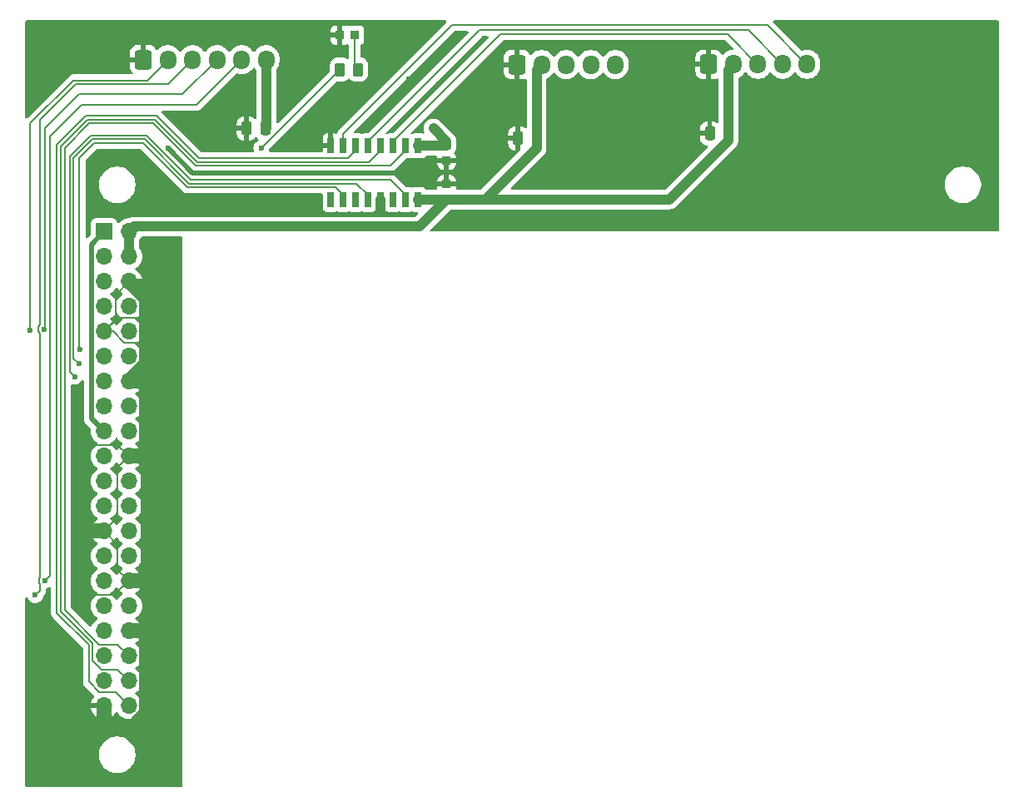
<source format=gtl>
%TF.GenerationSoftware,KiCad,Pcbnew,8.0.1*%
%TF.CreationDate,2024-06-27T20:22:44+09:00*%
%TF.ProjectId,GPIO_board,4750494f-5f62-46f6-9172-642e6b696361,rev?*%
%TF.SameCoordinates,Original*%
%TF.FileFunction,Copper,L1,Top*%
%TF.FilePolarity,Positive*%
%FSLAX46Y46*%
G04 Gerber Fmt 4.6, Leading zero omitted, Abs format (unit mm)*
G04 Created by KiCad (PCBNEW 8.0.1) date 2024-06-27 20:22:44*
%MOMM*%
%LPD*%
G01*
G04 APERTURE LIST*
G04 Aperture macros list*
%AMRoundRect*
0 Rectangle with rounded corners*
0 $1 Rounding radius*
0 $2 $3 $4 $5 $6 $7 $8 $9 X,Y pos of 4 corners*
0 Add a 4 corners polygon primitive as box body*
4,1,4,$2,$3,$4,$5,$6,$7,$8,$9,$2,$3,0*
0 Add four circle primitives for the rounded corners*
1,1,$1+$1,$2,$3*
1,1,$1+$1,$4,$5*
1,1,$1+$1,$6,$7*
1,1,$1+$1,$8,$9*
0 Add four rect primitives between the rounded corners*
20,1,$1+$1,$2,$3,$4,$5,0*
20,1,$1+$1,$4,$5,$6,$7,0*
20,1,$1+$1,$6,$7,$8,$9,0*
20,1,$1+$1,$8,$9,$2,$3,0*%
G04 Aperture macros list end*
%TA.AperFunction,SMDPad,CuDef*%
%ADD10RoundRect,0.225000X-0.250000X0.225000X-0.250000X-0.225000X0.250000X-0.225000X0.250000X0.225000X0*%
%TD*%
%TA.AperFunction,ComponentPad*%
%ADD11RoundRect,0.250000X-0.600000X-0.725000X0.600000X-0.725000X0.600000X0.725000X-0.600000X0.725000X0*%
%TD*%
%TA.AperFunction,ComponentPad*%
%ADD12O,1.700000X1.950000*%
%TD*%
%TA.AperFunction,SMDPad,CuDef*%
%ADD13RoundRect,0.250000X0.250000X0.475000X-0.250000X0.475000X-0.250000X-0.475000X0.250000X-0.475000X0*%
%TD*%
%TA.AperFunction,SMDPad,CuDef*%
%ADD14R,0.650000X1.550000*%
%TD*%
%TA.AperFunction,ComponentPad*%
%ADD15R,1.700000X1.700000*%
%TD*%
%TA.AperFunction,ComponentPad*%
%ADD16O,1.700000X1.700000*%
%TD*%
%TA.AperFunction,SMDPad,CuDef*%
%ADD17RoundRect,0.225000X0.250000X-0.225000X0.250000X0.225000X-0.250000X0.225000X-0.250000X-0.225000X0*%
%TD*%
%TA.AperFunction,SMDPad,CuDef*%
%ADD18RoundRect,0.250000X-0.262500X-0.450000X0.262500X-0.450000X0.262500X0.450000X-0.262500X0.450000X0*%
%TD*%
%TA.AperFunction,SMDPad,CuDef*%
%ADD19R,0.900000X0.950000*%
%TD*%
%TA.AperFunction,ViaPad*%
%ADD20C,0.600000*%
%TD*%
%TA.AperFunction,Conductor*%
%ADD21C,0.200000*%
%TD*%
%TA.AperFunction,Conductor*%
%ADD22C,0.500000*%
%TD*%
%TA.AperFunction,Conductor*%
%ADD23C,1.500000*%
%TD*%
%TA.AperFunction,Conductor*%
%ADD24C,1.000000*%
%TD*%
G04 APERTURE END LIST*
D10*
%TO.P,C3,1*%
%TO.N,GND*%
X93325000Y-67175000D03*
%TO.P,C3,2*%
%TO.N,+5V*%
X93325000Y-68725000D03*
%TD*%
D11*
%TO.P,J1,1,Pin_1*%
%TO.N,GND*%
X120000000Y-54975000D03*
D12*
%TO.P,J1,2,Pin_2*%
%TO.N,+5V*%
X122500000Y-54975000D03*
%TO.P,J1,3,Pin_3*%
%TO.N,Net-(IC1-AIN)*%
X125000000Y-54975000D03*
%TO.P,J1,4,Pin_4*%
%TO.N,Net-(IC1-BIN)*%
X127500000Y-54975000D03*
%TO.P,J1,5,Pin_5*%
%TO.N,Net-(IC1-CIN)*%
X130000000Y-54975000D03*
%TD*%
D11*
%TO.P,J3,1,Pin_1*%
%TO.N,GND*%
X62500000Y-54500000D03*
D12*
%TO.P,J3,2,Pin_2*%
%TO.N,DIR_RIGHT*%
X65000000Y-54500000D03*
%TO.P,J3,3,Pin_3*%
%TO.N,PWM_RIGHT*%
X67500000Y-54500000D03*
%TO.P,J3,4,Pin_4*%
%TO.N,DIR_LEFT*%
X70000000Y-54500000D03*
%TO.P,J3,5,Pin_5*%
%TO.N,PWM_LEFT*%
X72500000Y-54500000D03*
%TO.P,J3,6,Pin_6*%
%TO.N,+3.3V*%
X75000000Y-54500000D03*
%TD*%
D13*
%TO.P,C5,1*%
%TO.N,+3.3V*%
X74900000Y-61500000D03*
%TO.P,C5,2*%
%TO.N,GND*%
X73000000Y-61500000D03*
%TD*%
%TO.P,C4,1*%
%TO.N,+5V*%
X122000000Y-62000000D03*
%TO.P,C4,2*%
%TO.N,GND*%
X120100000Y-62000000D03*
%TD*%
D14*
%TO.P,IC1,1,VCC*%
%TO.N,+3.3V*%
X90445000Y-63275000D03*
%TO.P,IC1,2,AOUT*%
%TO.N,enc_L_A*%
X89175000Y-63275000D03*
%TO.P,IC1,3,AIN*%
%TO.N,Net-(IC1-AIN)*%
X87905000Y-63275000D03*
%TO.P,IC1,4,BOUT*%
%TO.N,enc_L_B*%
X86635000Y-63275000D03*
%TO.P,IC1,5,BIN*%
%TO.N,Net-(IC1-BIN)*%
X85365000Y-63275000D03*
%TO.P,IC1,6,COUT*%
%TO.N,enc_L_Z*%
X84095000Y-63275000D03*
%TO.P,IC1,7,CIN*%
%TO.N,Net-(IC1-CIN)*%
X82825000Y-63275000D03*
%TO.P,IC1,8,VSS*%
%TO.N,GND*%
X81555000Y-63275000D03*
%TO.P,IC1,9,DIN*%
%TO.N,Net-(IC1-DIN)*%
X81555000Y-68725000D03*
%TO.P,IC1,10,DOUT*%
%TO.N,enc_R_A*%
X82825000Y-68725000D03*
%TO.P,IC1,11,EIN*%
%TO.N,Net-(IC1-EIN)*%
X84095000Y-68725000D03*
%TO.P,IC1,12,EOUT*%
%TO.N,enc_R_B*%
X85365000Y-68725000D03*
%TO.P,IC1,13,MODE*%
%TO.N,GND*%
X86635000Y-68725000D03*
%TO.P,IC1,14,FIN*%
%TO.N,Net-(IC1-FIN)*%
X87905000Y-68725000D03*
%TO.P,IC1,15,FOUT*%
%TO.N,enc_R_Z*%
X89175000Y-68725000D03*
%TO.P,IC1,16,VDD*%
%TO.N,+5V*%
X90445000Y-68725000D03*
%TD*%
D15*
%TO.P,J4,1,Pin_1*%
%TO.N,+3.3V*%
X58500000Y-72000000D03*
D16*
%TO.P,J4,2,Pin_2*%
%TO.N,+5V*%
X61040000Y-72000000D03*
%TO.P,J4,3,Pin_3*%
%TO.N,STATE_LED*%
X58500000Y-74540000D03*
%TO.P,J4,4,Pin_4*%
%TO.N,+5V*%
X61040000Y-74540000D03*
%TO.P,J4,5,Pin_5*%
%TO.N,unconnected-(J4-Pin_5-Pad5)*%
X58500000Y-77080000D03*
%TO.P,J4,6,Pin_6*%
%TO.N,GND*%
X61040000Y-77080000D03*
%TO.P,J4,7,Pin_7*%
%TO.N,unconnected-(J4-Pin_7-Pad7)*%
X58500000Y-79620000D03*
%TO.P,J4,8,Pin_8*%
%TO.N,unconnected-(J4-Pin_8-Pad8)*%
X61040000Y-79620000D03*
%TO.P,J4,9,Pin_9*%
%TO.N,GND*%
X58500000Y-82160000D03*
%TO.P,J4,10,Pin_10*%
%TO.N,unconnected-(J4-Pin_10-Pad10)*%
X61040000Y-82160000D03*
%TO.P,J4,11,Pin_11*%
%TO.N,enc_R_A*%
X58500000Y-84700000D03*
%TO.P,J4,12,Pin_12*%
%TO.N,DIR_LEFT*%
X61040000Y-84700000D03*
%TO.P,J4,13,Pin_13*%
%TO.N,enc_R_B*%
X58500000Y-87240000D03*
%TO.P,J4,14,Pin_14*%
%TO.N,GND*%
X61040000Y-87240000D03*
%TO.P,J4,15,Pin_15*%
%TO.N,enc_R_Z*%
X58500000Y-89780000D03*
%TO.P,J4,16,Pin_16*%
%TO.N,DIR_RIGHT*%
X61040000Y-89780000D03*
%TO.P,J4,17,Pin_17*%
%TO.N,+3.3V*%
X58500000Y-92320000D03*
%TO.P,J4,18,Pin_18*%
%TO.N,unconnected-(J4-Pin_18-Pad18)*%
X61040000Y-92320000D03*
%TO.P,J4,19,Pin_19*%
%TO.N,unconnected-(J4-Pin_19-Pad19)*%
X58500000Y-94860000D03*
%TO.P,J4,20,Pin_20*%
%TO.N,GND*%
X61040000Y-94860000D03*
%TO.P,J4,21,Pin_21*%
%TO.N,unconnected-(J4-Pin_21-Pad21)*%
X58500000Y-97400000D03*
%TO.P,J4,22,Pin_22*%
%TO.N,unconnected-(J4-Pin_22-Pad22)*%
X61040000Y-97400000D03*
%TO.P,J4,23,Pin_23*%
%TO.N,unconnected-(J4-Pin_23-Pad23)*%
X58500000Y-99940000D03*
%TO.P,J4,24,Pin_24*%
%TO.N,unconnected-(J4-Pin_24-Pad24)*%
X61040000Y-99940000D03*
%TO.P,J4,25,Pin_25*%
%TO.N,GND*%
X58500000Y-102480000D03*
%TO.P,J4,26,Pin_26*%
%TO.N,unconnected-(J4-Pin_26-Pad26)*%
X61040000Y-102480000D03*
%TO.P,J4,27,Pin_27*%
%TO.N,unconnected-(J4-Pin_27-Pad27)*%
X58500000Y-105020000D03*
%TO.P,J4,28,Pin_28*%
%TO.N,unconnected-(J4-Pin_28-Pad28)*%
X61040000Y-105020000D03*
%TO.P,J4,29,Pin_29*%
%TO.N,unconnected-(J4-Pin_29-Pad29)*%
X58500000Y-107560000D03*
%TO.P,J4,30,Pin_30*%
%TO.N,GND*%
X61040000Y-107560000D03*
%TO.P,J4,31,Pin_31*%
%TO.N,unconnected-(J4-Pin_31-Pad31)*%
X58500000Y-110100000D03*
%TO.P,J4,32,Pin_32*%
%TO.N,PWM_LEFT*%
X61040000Y-110100000D03*
%TO.P,J4,33,Pin_33*%
%TO.N,PWM_RIGHT*%
X58500000Y-112640000D03*
%TO.P,J4,34,Pin_34*%
%TO.N,GND*%
X61040000Y-112640000D03*
%TO.P,J4,35,Pin_35*%
%TO.N,unconnected-(J4-Pin_35-Pad35)*%
X58500000Y-115180000D03*
%TO.P,J4,36,Pin_36*%
%TO.N,enc_L_A*%
X61040000Y-115180000D03*
%TO.P,J4,37,Pin_37*%
%TO.N,unconnected-(J4-Pin_37-Pad37)*%
X58500000Y-117720000D03*
%TO.P,J4,38,Pin_38*%
%TO.N,enc_L_B*%
X61040000Y-117720000D03*
%TO.P,J4,39,Pin_39*%
%TO.N,GND*%
X58500000Y-120260000D03*
%TO.P,J4,40,Pin_40*%
%TO.N,enc_L_Z*%
X61040000Y-120260000D03*
%TD*%
D13*
%TO.P,C1,1*%
%TO.N,+5V*%
X102500000Y-62500000D03*
%TO.P,C1,2*%
%TO.N,GND*%
X100600000Y-62500000D03*
%TD*%
D17*
%TO.P,C2,1*%
%TO.N,GND*%
X93325000Y-64775000D03*
%TO.P,C2,2*%
%TO.N,+3.3V*%
X93325000Y-63225000D03*
%TD*%
D18*
%TO.P,R1,1*%
%TO.N,STATE_LED*%
X82500000Y-55500000D03*
%TO.P,R1,2*%
%TO.N,Net-(D1-A)*%
X84325000Y-55500000D03*
%TD*%
D11*
%TO.P,J2,1,Pin_1*%
%TO.N,GND*%
X100500000Y-55000000D03*
D12*
%TO.P,J2,2,Pin_2*%
%TO.N,+5V*%
X103000000Y-55000000D03*
%TO.P,J2,3,Pin_3*%
%TO.N,Net-(IC1-DIN)*%
X105500000Y-55000000D03*
%TO.P,J2,4,Pin_4*%
%TO.N,Net-(IC1-EIN)*%
X108000000Y-55000000D03*
%TO.P,J2,5,Pin_5*%
%TO.N,Net-(IC1-FIN)*%
X110500000Y-55000000D03*
%TD*%
D19*
%TO.P,D1,1,K*%
%TO.N,GND*%
X82500000Y-52000000D03*
%TO.P,D1,2,A*%
%TO.N,Net-(D1-A)*%
X84000000Y-52000000D03*
%TD*%
D20*
%TO.N,GND*%
X55500000Y-89000000D03*
X56500000Y-107000000D03*
X56000000Y-95000000D03*
%TO.N,enc_R_A*%
X56025000Y-83975000D03*
%TO.N,enc_R_B*%
X55950000Y-85468856D03*
%TO.N,enc_R_Z*%
X55500000Y-86780000D03*
%TO.N,STATE_LED*%
X74500000Y-63500000D03*
%TO.N,Net-(IC1-FIN)*%
X87905000Y-68725000D03*
%TO.N,Net-(IC1-EIN)*%
X84095000Y-68725000D03*
%TO.N,Net-(IC1-DIN)*%
X81555000Y-68725000D03*
%TO.N,DIR_RIGHT*%
X51000000Y-82000000D03*
%TO.N,DIR_LEFT*%
X52400000Y-81919101D03*
%TO.N,PWM_LEFT*%
X52500000Y-107500000D03*
%TO.N,PWM_RIGHT*%
X51500000Y-109000000D03*
%TO.N,GND*%
X52000000Y-57500000D03*
X97000000Y-61000000D03*
X109000000Y-65500000D03*
X92500000Y-57000000D03*
X94500000Y-71000000D03*
X64500000Y-84000000D03*
X116500000Y-63000000D03*
X129500000Y-68000000D03*
X56000000Y-120500000D03*
X79000000Y-56000000D03*
X125500000Y-62500000D03*
X87500000Y-53500000D03*
X121000000Y-71500000D03*
X148000000Y-52000000D03*
X86500000Y-70000000D03*
X65000000Y-111500000D03*
X64500000Y-80500000D03*
X53500000Y-128000000D03*
X122500000Y-66000000D03*
X64000000Y-95000000D03*
X65500000Y-52000000D03*
X133000000Y-60500000D03*
X64500000Y-68500000D03*
X136000000Y-52000000D03*
X71500000Y-59500000D03*
X52500000Y-52000000D03*
X115500000Y-56000000D03*
X71500000Y-63000000D03*
X137000000Y-66000000D03*
X118000000Y-60500000D03*
X89500000Y-56500000D03*
X81000000Y-60500000D03*
X140500000Y-60500000D03*
X148000000Y-56500000D03*
X99000000Y-57000000D03*
X53500000Y-118500000D03*
X89000000Y-66000000D03*
X107500000Y-61000000D03*
X77500000Y-69500000D03*
X65000000Y-63500000D03*
%TO.N,+3.3V*%
X92000000Y-61500000D03*
X75000000Y-61500000D03*
%TD*%
D21*
%TO.N,GND*%
X57050000Y-108950000D02*
X56500000Y-109500000D01*
X59550000Y-108950000D02*
X57050000Y-108950000D01*
X60940000Y-107560000D02*
X59550000Y-108950000D01*
X61040000Y-107560000D02*
X60940000Y-107560000D01*
X59890000Y-103870000D02*
X58500000Y-102480000D01*
X59890000Y-106410000D02*
X59890000Y-103870000D01*
X61040000Y-107560000D02*
X59890000Y-106410000D01*
X59890000Y-101090000D02*
X58500000Y-102480000D01*
X59890000Y-96010000D02*
X59890000Y-101090000D01*
X61040000Y-94860000D02*
X59890000Y-96010000D01*
X57290000Y-93710000D02*
X56000000Y-95000000D01*
X59890000Y-93710000D02*
X57290000Y-93710000D01*
X61040000Y-94860000D02*
X59890000Y-93710000D01*
%TO.N,enc_R_A*%
X82825000Y-68275000D02*
X82825000Y-68725000D01*
X57500000Y-63000000D02*
X62500000Y-63000000D01*
X82050000Y-67500000D02*
X82825000Y-68275000D01*
X56000000Y-64500000D02*
X57500000Y-63000000D01*
X56000000Y-83950000D02*
X56000000Y-64500000D01*
X56050000Y-84000000D02*
X56000000Y-83950000D01*
X62500000Y-63000000D02*
X67000000Y-67500000D01*
X67000000Y-67500000D02*
X82050000Y-67500000D01*
D22*
%TO.N,+3.3V*%
X57200000Y-91020000D02*
X57200000Y-73300000D01*
X57200000Y-73300000D02*
X58500000Y-72000000D01*
X58500000Y-92320000D02*
X57200000Y-91020000D01*
D21*
%TO.N,enc_R_B*%
X85365000Y-68275000D02*
X85365000Y-68725000D01*
X62665686Y-62600000D02*
X67165686Y-67100000D01*
X67165686Y-67100000D02*
X84190000Y-67100000D01*
X57334315Y-62600000D02*
X62665686Y-62600000D01*
X84190000Y-67100000D02*
X85365000Y-68275000D01*
X55400000Y-64534315D02*
X57334315Y-62600000D01*
X55400000Y-84918856D02*
X55400000Y-64534315D01*
X55950000Y-85468856D02*
X55400000Y-84918856D01*
%TO.N,enc_R_Z*%
X62831372Y-62200000D02*
X67331371Y-66700000D01*
X67331371Y-66700000D02*
X87600000Y-66700000D01*
X57168629Y-62200000D02*
X62831372Y-62200000D01*
X55000000Y-64368629D02*
X57168629Y-62200000D01*
X87600000Y-66700000D02*
X89175000Y-68275000D01*
X55000000Y-86280000D02*
X55000000Y-64368629D01*
X55500000Y-86780000D02*
X55000000Y-86280000D01*
X89175000Y-68275000D02*
X89175000Y-68725000D01*
%TO.N,STATE_LED*%
X82500000Y-55500000D02*
X74500000Y-63500000D01*
%TO.N,PWM_RIGHT*%
X65000000Y-57000000D02*
X67500000Y-54500000D01*
X55628678Y-57000000D02*
X65000000Y-57000000D01*
X52000000Y-60628678D02*
X55628678Y-57000000D01*
X51800000Y-81670572D02*
X52000000Y-81470572D01*
X52000000Y-81470572D02*
X52000000Y-60628678D01*
X51800000Y-82167630D02*
X51800000Y-81670572D01*
X52000000Y-82367630D02*
X51800000Y-82167630D01*
X51900000Y-107251471D02*
X52000000Y-107151471D01*
X52000000Y-107151471D02*
X52000000Y-82367630D01*
X52000000Y-107848529D02*
X51900000Y-107748529D01*
X52000000Y-108500000D02*
X52000000Y-107848529D01*
X51900000Y-107748529D02*
X51900000Y-107251471D01*
X51500000Y-109000000D02*
X52000000Y-108500000D01*
%TO.N,DIR_LEFT*%
X56000000Y-58000000D02*
X66500000Y-58000000D01*
X52500000Y-61500000D02*
X56000000Y-58000000D01*
X52500000Y-81819101D02*
X52500000Y-61500000D01*
X52400000Y-81919101D02*
X52500000Y-81819101D01*
X66500000Y-58000000D02*
X70000000Y-54500000D01*
%TO.N,PWM_LEFT*%
X56212992Y-59100000D02*
X67900000Y-59100000D01*
X67900000Y-59100000D02*
X72500000Y-54500000D01*
X53000000Y-107000000D02*
X53000000Y-62312992D01*
X53000000Y-62312992D02*
X56212992Y-59100000D01*
X52500000Y-107500000D02*
X53000000Y-107000000D01*
%TO.N,GND*%
X59650000Y-78470000D02*
X61040000Y-77080000D01*
X58500000Y-82160000D02*
X59650000Y-81010000D01*
X59413654Y-82160000D02*
X60563654Y-83310000D01*
D23*
X61040000Y-87240000D02*
X62242081Y-87240000D01*
X62242081Y-107560000D02*
X61040000Y-107560000D01*
X59437919Y-122400000D02*
X58500000Y-121462081D01*
X56980000Y-102480000D02*
X56500000Y-102000000D01*
X62242081Y-94860000D02*
X63000000Y-95617919D01*
X58500000Y-121462081D02*
X58500000Y-120260000D01*
X62242081Y-87240000D02*
X62840000Y-87837919D01*
D22*
X67500000Y-66000000D02*
X65000000Y-63500000D01*
D21*
X58500000Y-82160000D02*
X59890000Y-80770000D01*
D23*
X62242081Y-112640000D02*
X62840000Y-113237919D01*
X62240000Y-94860000D02*
X61040000Y-94860000D01*
D24*
X86635000Y-69865000D02*
X86500000Y-70000000D01*
D21*
X62530000Y-83310000D02*
X62840000Y-83000000D01*
X59650000Y-81010000D02*
X59650000Y-78470000D01*
D23*
X62840000Y-83000000D02*
X62840000Y-85445585D01*
X58500000Y-102480000D02*
X56980000Y-102480000D01*
X61040000Y-112640000D02*
X62242081Y-112640000D01*
X61045585Y-87240000D02*
X61040000Y-87240000D01*
D21*
X59890000Y-80770000D02*
X62570000Y-80770000D01*
D23*
X61040000Y-77080000D02*
X61080000Y-77080000D01*
X61080000Y-77080000D02*
X62840000Y-78840000D01*
D21*
X58500000Y-82160000D02*
X59413654Y-82160000D01*
X62570000Y-80770000D02*
X62840000Y-80500000D01*
D23*
X62840000Y-87837919D02*
X62840000Y-94260000D01*
X61445585Y-122400000D02*
X59437919Y-122400000D01*
X63000000Y-106802081D02*
X62242081Y-107560000D01*
D21*
X60563654Y-83310000D02*
X62530000Y-83310000D01*
D23*
X62840000Y-85445585D02*
X61045585Y-87240000D01*
X62840000Y-113237919D02*
X62840000Y-121005585D01*
D22*
X88000000Y-66000000D02*
X74000000Y-66000000D01*
D23*
X62840000Y-78840000D02*
X62840000Y-80500000D01*
X63000000Y-95617919D02*
X63000000Y-106802081D01*
D22*
X74000000Y-66000000D02*
X67500000Y-66000000D01*
D23*
X62840000Y-121005585D02*
X61445585Y-122400000D01*
X62840000Y-80500000D02*
X62840000Y-83000000D01*
D24*
X86635000Y-68725000D02*
X86635000Y-69865000D01*
D23*
X61040000Y-94860000D02*
X62242081Y-94860000D01*
X62840000Y-94260000D02*
X62240000Y-94860000D01*
D24*
%TO.N,+5V*%
X102500000Y-63500000D02*
X102500000Y-62500000D01*
X97275000Y-68725000D02*
X102500000Y-63500000D01*
X102500000Y-62500000D02*
X102500000Y-55500000D01*
X61540000Y-71500000D02*
X90550000Y-71500000D01*
X93325000Y-68725000D02*
X97275000Y-68725000D01*
X93325000Y-68725000D02*
X116000000Y-68725000D01*
X61040000Y-72000000D02*
X61540000Y-71500000D01*
X116000000Y-68725000D02*
X122000000Y-62725000D01*
X122000000Y-55500000D02*
X122500000Y-55000000D01*
X122000000Y-62000000D02*
X122000000Y-55500000D01*
X122000000Y-62725000D02*
X122000000Y-62000000D01*
X61040000Y-74540000D02*
X61040000Y-72000000D01*
X102500000Y-55500000D02*
X103000000Y-55000000D01*
X90445000Y-68725000D02*
X93325000Y-68725000D01*
X90550000Y-71500000D02*
X93325000Y-68725000D01*
%TO.N,+3.3V*%
X93275000Y-63275000D02*
X93325000Y-63225000D01*
X93325000Y-62825000D02*
X92000000Y-61500000D01*
X90445000Y-63275000D02*
X93275000Y-63275000D01*
X93325000Y-63225000D02*
X93325000Y-62825000D01*
X75000000Y-55000000D02*
X75000000Y-61500000D01*
X75000000Y-54500000D02*
X75000000Y-55000000D01*
D21*
%TO.N,Net-(IC1-CIN)*%
X126000000Y-51000000D02*
X93860000Y-51000000D01*
X82825000Y-62035000D02*
X82825000Y-63275000D01*
X130000000Y-55000000D02*
X126000000Y-51000000D01*
X93860000Y-51000000D02*
X82825000Y-62035000D01*
%TO.N,Net-(IC1-DIN)*%
X81555000Y-68055000D02*
X81500000Y-68000000D01*
X81555000Y-68725000D02*
X81555000Y-68055000D01*
%TO.N,Net-(IC1-BIN)*%
X127500000Y-55000000D02*
X124000000Y-51500000D01*
X124000000Y-51500000D02*
X96690000Y-51500000D01*
X96690000Y-51500000D02*
X85365000Y-62825000D01*
X85365000Y-62825000D02*
X85365000Y-63275000D01*
%TO.N,enc_L_B*%
X56834314Y-60600000D02*
X54100000Y-63334315D01*
X57350000Y-115656346D02*
X58263654Y-116570000D01*
X58263654Y-116570000D02*
X59890000Y-116570000D01*
X54100000Y-63334315D02*
X54100000Y-110665686D01*
X85460000Y-64900000D02*
X67965686Y-64900000D01*
X63665685Y-60600000D02*
X56834314Y-60600000D01*
X54100000Y-110665686D02*
X57350000Y-113915686D01*
X67965686Y-64900000D02*
X63665685Y-60600000D01*
X86635000Y-63725000D02*
X85460000Y-64900000D01*
X59890000Y-116570000D02*
X61040000Y-117720000D01*
X57350000Y-113915686D02*
X57350000Y-115656346D01*
X86635000Y-63275000D02*
X86635000Y-63725000D01*
%TO.N,Net-(IC1-AIN)*%
X87905000Y-62825000D02*
X98830000Y-51900000D01*
X122000000Y-52000000D02*
X125000000Y-55000000D01*
X122000000Y-51900000D02*
X122000000Y-52000000D01*
X87905000Y-63275000D02*
X87905000Y-62825000D01*
X98830000Y-51900000D02*
X122000000Y-51900000D01*
%TO.N,enc_L_A*%
X59890000Y-114030000D02*
X61040000Y-115180000D01*
X57000000Y-61000000D02*
X54500000Y-63500000D01*
X87600000Y-65300000D02*
X67800000Y-65300000D01*
X89175000Y-63725000D02*
X87600000Y-65300000D01*
X54500000Y-63500000D02*
X54500000Y-110500000D01*
X89175000Y-63275000D02*
X89175000Y-63725000D01*
X54500000Y-110500000D02*
X58030000Y-114030000D01*
X63500000Y-61000000D02*
X57000000Y-61000000D01*
X58030000Y-114030000D02*
X59890000Y-114030000D01*
X67800000Y-65300000D02*
X63500000Y-61000000D01*
%TO.N,enc_L_Z*%
X68131372Y-64500000D02*
X63831370Y-60200000D01*
X58023654Y-118870000D02*
X59650000Y-118870000D01*
X63831370Y-60200000D02*
X56668628Y-60200000D01*
X56950000Y-114081372D02*
X56950000Y-117796346D01*
X53700000Y-110831372D02*
X56950000Y-114081372D01*
X84095000Y-63275000D02*
X84095000Y-63725000D01*
X56668628Y-60200000D02*
X53700000Y-63168630D01*
X56950000Y-117796346D02*
X58023654Y-118870000D01*
X83320000Y-64500000D02*
X68131372Y-64500000D01*
X53700000Y-63168630D02*
X53700000Y-110831372D01*
X59650000Y-118870000D02*
X61040000Y-120260000D01*
X84095000Y-63725000D02*
X83320000Y-64500000D01*
%TO.N,DIR_RIGHT*%
X65000000Y-54500000D02*
X62900000Y-56600000D01*
X51000000Y-61000000D02*
X51000000Y-61500000D01*
X62900000Y-56600000D02*
X55400000Y-56600000D01*
X51000000Y-61500000D02*
X51000000Y-82000000D01*
X55400000Y-56600000D02*
X51000000Y-61000000D01*
%TO.N,Net-(D1-A)*%
X84000000Y-55175000D02*
X84325000Y-55500000D01*
X84000000Y-52000000D02*
X84000000Y-55175000D01*
%TD*%
%TA.AperFunction,Conductor*%
%TO.N,GND*%
G36*
X66442539Y-72520185D02*
G01*
X66488294Y-72572989D01*
X66499500Y-72624500D01*
X66499500Y-128375500D01*
X66479815Y-128442539D01*
X66427011Y-128488294D01*
X66375500Y-128499500D01*
X50624500Y-128499500D01*
X50557461Y-128479815D01*
X50511706Y-128427011D01*
X50500500Y-128375500D01*
X50500500Y-125351288D01*
X57999500Y-125351288D01*
X58031161Y-125591785D01*
X58093947Y-125826104D01*
X58186773Y-126050205D01*
X58186776Y-126050212D01*
X58308064Y-126260289D01*
X58308066Y-126260292D01*
X58308067Y-126260293D01*
X58455733Y-126452736D01*
X58455739Y-126452743D01*
X58627256Y-126624260D01*
X58627262Y-126624265D01*
X58819711Y-126771936D01*
X59029788Y-126893224D01*
X59253900Y-126986054D01*
X59488211Y-127048838D01*
X59668586Y-127072584D01*
X59728711Y-127080500D01*
X59728712Y-127080500D01*
X59971289Y-127080500D01*
X60019388Y-127074167D01*
X60211789Y-127048838D01*
X60446100Y-126986054D01*
X60670212Y-126893224D01*
X60880289Y-126771936D01*
X61072738Y-126624265D01*
X61244265Y-126452738D01*
X61391936Y-126260289D01*
X61513224Y-126050212D01*
X61606054Y-125826100D01*
X61668838Y-125591789D01*
X61700500Y-125351288D01*
X61700500Y-125108712D01*
X61668838Y-124868211D01*
X61606054Y-124633900D01*
X61513224Y-124409788D01*
X61391936Y-124199711D01*
X61244265Y-124007262D01*
X61244260Y-124007256D01*
X61072743Y-123835739D01*
X61072736Y-123835733D01*
X60880293Y-123688067D01*
X60880292Y-123688066D01*
X60880289Y-123688064D01*
X60670212Y-123566776D01*
X60670205Y-123566773D01*
X60446104Y-123473947D01*
X60211785Y-123411161D01*
X59971289Y-123379500D01*
X59971288Y-123379500D01*
X59728712Y-123379500D01*
X59728711Y-123379500D01*
X59488214Y-123411161D01*
X59253895Y-123473947D01*
X59029794Y-123566773D01*
X59029785Y-123566777D01*
X58819706Y-123688067D01*
X58627263Y-123835733D01*
X58627256Y-123835739D01*
X58455739Y-124007256D01*
X58455733Y-124007263D01*
X58308067Y-124199706D01*
X58186777Y-124409785D01*
X58186773Y-124409794D01*
X58093947Y-124633895D01*
X58031161Y-124868214D01*
X57999500Y-125108711D01*
X57999500Y-125351288D01*
X50500500Y-125351288D01*
X50500500Y-109297114D01*
X50520185Y-109230075D01*
X50572989Y-109184320D01*
X50642147Y-109174376D01*
X50705703Y-109203401D01*
X50741542Y-109256160D01*
X50774210Y-109349521D01*
X50819858Y-109422169D01*
X50870184Y-109502262D01*
X50997738Y-109629816D01*
X51150478Y-109725789D01*
X51320745Y-109785368D01*
X51320750Y-109785369D01*
X51499996Y-109805565D01*
X51500000Y-109805565D01*
X51500004Y-109805565D01*
X51679249Y-109785369D01*
X51679252Y-109785368D01*
X51679255Y-109785368D01*
X51849522Y-109725789D01*
X52002262Y-109629816D01*
X52129816Y-109502262D01*
X52225789Y-109349522D01*
X52285368Y-109179255D01*
X52295161Y-109092330D01*
X52322226Y-109027920D01*
X52330700Y-109018534D01*
X52480520Y-108868716D01*
X52559577Y-108731784D01*
X52600501Y-108579057D01*
X52600501Y-108420942D01*
X52600501Y-108413347D01*
X52600500Y-108413329D01*
X52600500Y-108400908D01*
X52620185Y-108333869D01*
X52672989Y-108288114D01*
X52683536Y-108283869D01*
X52849522Y-108225789D01*
X52909527Y-108188084D01*
X52976763Y-108169084D01*
X53043599Y-108189451D01*
X53088813Y-108242718D01*
X53099500Y-108293078D01*
X53099500Y-110744702D01*
X53099499Y-110744720D01*
X53099499Y-110910426D01*
X53099498Y-110910426D01*
X53099499Y-110910429D01*
X53140423Y-111063157D01*
X53161983Y-111100500D01*
X53219477Y-111200084D01*
X53219481Y-111200089D01*
X53338349Y-111318957D01*
X53338355Y-111318962D01*
X56313181Y-114293788D01*
X56346666Y-114355111D01*
X56349500Y-114381469D01*
X56349500Y-117709676D01*
X56349499Y-117709694D01*
X56349499Y-117875400D01*
X56349498Y-117875400D01*
X56390423Y-118028131D01*
X56419358Y-118078246D01*
X56419359Y-118078250D01*
X56419360Y-118078250D01*
X56469479Y-118165060D01*
X56469481Y-118165063D01*
X56588349Y-118283931D01*
X56588355Y-118283936D01*
X57489934Y-119185515D01*
X57523419Y-119246838D01*
X57518435Y-119316530D01*
X57489936Y-119360876D01*
X57461886Y-119388926D01*
X57326400Y-119582420D01*
X57326399Y-119582422D01*
X57226570Y-119796507D01*
X57226567Y-119796513D01*
X57169364Y-120009999D01*
X57169364Y-120010000D01*
X58066988Y-120010000D01*
X58034075Y-120067007D01*
X58000000Y-120194174D01*
X58000000Y-120325826D01*
X58034075Y-120452993D01*
X58066988Y-120510000D01*
X57169364Y-120510000D01*
X57226567Y-120723486D01*
X57226570Y-120723492D01*
X57326399Y-120937578D01*
X57461894Y-121131082D01*
X57628917Y-121298105D01*
X57822421Y-121433600D01*
X58036507Y-121533429D01*
X58036516Y-121533433D01*
X58250000Y-121590634D01*
X58250000Y-120693012D01*
X58307007Y-120725925D01*
X58434174Y-120760000D01*
X58565826Y-120760000D01*
X58692993Y-120725925D01*
X58750000Y-120693012D01*
X58750000Y-121590633D01*
X58963483Y-121533433D01*
X58963492Y-121533429D01*
X59177578Y-121433600D01*
X59371082Y-121298105D01*
X59538105Y-121131082D01*
X59668119Y-120945405D01*
X59722696Y-120901781D01*
X59792195Y-120894588D01*
X59854549Y-120926110D01*
X59871269Y-120945405D01*
X60001505Y-121131401D01*
X60168599Y-121298495D01*
X60265384Y-121366265D01*
X60362165Y-121434032D01*
X60362167Y-121434033D01*
X60362170Y-121434035D01*
X60576337Y-121533903D01*
X60804592Y-121595063D01*
X60992918Y-121611539D01*
X61039999Y-121615659D01*
X61040000Y-121615659D01*
X61040001Y-121615659D01*
X61079234Y-121612226D01*
X61275408Y-121595063D01*
X61503663Y-121533903D01*
X61717830Y-121434035D01*
X61911401Y-121298495D01*
X62078495Y-121131401D01*
X62214035Y-120937830D01*
X62313903Y-120723663D01*
X62375063Y-120495408D01*
X62395659Y-120260000D01*
X62375063Y-120024592D01*
X62313903Y-119796337D01*
X62214035Y-119582171D01*
X62135844Y-119470501D01*
X62078494Y-119388597D01*
X61911402Y-119221506D01*
X61911396Y-119221501D01*
X61725842Y-119091575D01*
X61682217Y-119036998D01*
X61675023Y-118967500D01*
X61706546Y-118905145D01*
X61725842Y-118888425D01*
X61748026Y-118872891D01*
X61911401Y-118758495D01*
X62078495Y-118591401D01*
X62214035Y-118397830D01*
X62313903Y-118183663D01*
X62375063Y-117955408D01*
X62395659Y-117720000D01*
X62395421Y-117717285D01*
X62375063Y-117484596D01*
X62375063Y-117484592D01*
X62313903Y-117256337D01*
X62214035Y-117042171D01*
X62078495Y-116848599D01*
X62078494Y-116848597D01*
X61911402Y-116681506D01*
X61911396Y-116681501D01*
X61725842Y-116551575D01*
X61682217Y-116496998D01*
X61675023Y-116427500D01*
X61706546Y-116365145D01*
X61725842Y-116348425D01*
X61748026Y-116332891D01*
X61911401Y-116218495D01*
X62078495Y-116051401D01*
X62214035Y-115857830D01*
X62313903Y-115643663D01*
X62375063Y-115415408D01*
X62395659Y-115180000D01*
X62375063Y-114944592D01*
X62313903Y-114716337D01*
X62214035Y-114502171D01*
X62078495Y-114308599D01*
X62078494Y-114308597D01*
X61911402Y-114141506D01*
X61911401Y-114141505D01*
X61725405Y-114011269D01*
X61681781Y-113956692D01*
X61674588Y-113887193D01*
X61706110Y-113824839D01*
X61725405Y-113808119D01*
X61911082Y-113678105D01*
X62078105Y-113511082D01*
X62213600Y-113317578D01*
X62313429Y-113103492D01*
X62313432Y-113103486D01*
X62370636Y-112890000D01*
X61473012Y-112890000D01*
X61505925Y-112832993D01*
X61540000Y-112705826D01*
X61540000Y-112574174D01*
X61505925Y-112447007D01*
X61473012Y-112390000D01*
X62370636Y-112390000D01*
X62370635Y-112389999D01*
X62313432Y-112176513D01*
X62313429Y-112176507D01*
X62213600Y-111962422D01*
X62213599Y-111962420D01*
X62078113Y-111768926D01*
X62078108Y-111768920D01*
X61911078Y-111601890D01*
X61725405Y-111471879D01*
X61681780Y-111417302D01*
X61674588Y-111347804D01*
X61706110Y-111285449D01*
X61725406Y-111268730D01*
X61725842Y-111268425D01*
X61911401Y-111138495D01*
X62078495Y-110971401D01*
X62214035Y-110777830D01*
X62313903Y-110563663D01*
X62375063Y-110335408D01*
X62395659Y-110100000D01*
X62375063Y-109864592D01*
X62313903Y-109636337D01*
X62214035Y-109422171D01*
X62208425Y-109414158D01*
X62078494Y-109228597D01*
X61911402Y-109061506D01*
X61911401Y-109061505D01*
X61725405Y-108931269D01*
X61681781Y-108876692D01*
X61674588Y-108807193D01*
X61706110Y-108744839D01*
X61725405Y-108728119D01*
X61911082Y-108598105D01*
X62078105Y-108431082D01*
X62213600Y-108237578D01*
X62313429Y-108023492D01*
X62313432Y-108023486D01*
X62370636Y-107810000D01*
X61473012Y-107810000D01*
X61505925Y-107752993D01*
X61540000Y-107625826D01*
X61540000Y-107494174D01*
X61505925Y-107367007D01*
X61473012Y-107310000D01*
X62370636Y-107310000D01*
X62370635Y-107309999D01*
X62313432Y-107096513D01*
X62313429Y-107096507D01*
X62213600Y-106882422D01*
X62213599Y-106882420D01*
X62078113Y-106688926D01*
X62078108Y-106688920D01*
X61911078Y-106521890D01*
X61725405Y-106391879D01*
X61681780Y-106337302D01*
X61674588Y-106267804D01*
X61706110Y-106205449D01*
X61725406Y-106188730D01*
X61725842Y-106188425D01*
X61911401Y-106058495D01*
X62078495Y-105891401D01*
X62214035Y-105697830D01*
X62313903Y-105483663D01*
X62375063Y-105255408D01*
X62395659Y-105020000D01*
X62375063Y-104784592D01*
X62313903Y-104556337D01*
X62214035Y-104342171D01*
X62208425Y-104334158D01*
X62078494Y-104148597D01*
X61911402Y-103981506D01*
X61911396Y-103981501D01*
X61725842Y-103851575D01*
X61682217Y-103796998D01*
X61675023Y-103727500D01*
X61706546Y-103665145D01*
X61725842Y-103648425D01*
X61748026Y-103632891D01*
X61911401Y-103518495D01*
X62078495Y-103351401D01*
X62214035Y-103157830D01*
X62313903Y-102943663D01*
X62375063Y-102715408D01*
X62395659Y-102480000D01*
X62375063Y-102244592D01*
X62313903Y-102016337D01*
X62214035Y-101802171D01*
X62208731Y-101794595D01*
X62078494Y-101608597D01*
X61911402Y-101441506D01*
X61911396Y-101441501D01*
X61725842Y-101311575D01*
X61682217Y-101256998D01*
X61675023Y-101187500D01*
X61706546Y-101125145D01*
X61725842Y-101108425D01*
X61748026Y-101092891D01*
X61911401Y-100978495D01*
X62078495Y-100811401D01*
X62214035Y-100617830D01*
X62313903Y-100403663D01*
X62375063Y-100175408D01*
X62395659Y-99940000D01*
X62375063Y-99704592D01*
X62313903Y-99476337D01*
X62214035Y-99262171D01*
X62208425Y-99254158D01*
X62078494Y-99068597D01*
X61911402Y-98901506D01*
X61911396Y-98901501D01*
X61725842Y-98771575D01*
X61682217Y-98716998D01*
X61675023Y-98647500D01*
X61706546Y-98585145D01*
X61725842Y-98568425D01*
X61748026Y-98552891D01*
X61911401Y-98438495D01*
X62078495Y-98271401D01*
X62214035Y-98077830D01*
X62313903Y-97863663D01*
X62375063Y-97635408D01*
X62395659Y-97400000D01*
X62375063Y-97164592D01*
X62313903Y-96936337D01*
X62214035Y-96722171D01*
X62208425Y-96714158D01*
X62078494Y-96528597D01*
X61911402Y-96361506D01*
X61911401Y-96361505D01*
X61725405Y-96231269D01*
X61681781Y-96176692D01*
X61674588Y-96107193D01*
X61706110Y-96044839D01*
X61725405Y-96028119D01*
X61911082Y-95898105D01*
X62078105Y-95731082D01*
X62213600Y-95537578D01*
X62313429Y-95323492D01*
X62313432Y-95323486D01*
X62370636Y-95110000D01*
X61473012Y-95110000D01*
X61505925Y-95052993D01*
X61540000Y-94925826D01*
X61540000Y-94794174D01*
X61505925Y-94667007D01*
X61473012Y-94610000D01*
X62370636Y-94610000D01*
X62370635Y-94609999D01*
X62313432Y-94396513D01*
X62313429Y-94396507D01*
X62213600Y-94182422D01*
X62213599Y-94182420D01*
X62078113Y-93988926D01*
X62078108Y-93988920D01*
X61911078Y-93821890D01*
X61725405Y-93691879D01*
X61681780Y-93637302D01*
X61674588Y-93567804D01*
X61706110Y-93505449D01*
X61725406Y-93488730D01*
X61725842Y-93488425D01*
X61911401Y-93358495D01*
X62078495Y-93191401D01*
X62214035Y-92997830D01*
X62313903Y-92783663D01*
X62375063Y-92555408D01*
X62395659Y-92320000D01*
X62375063Y-92084592D01*
X62313903Y-91856337D01*
X62214035Y-91642171D01*
X62208425Y-91634158D01*
X62078494Y-91448597D01*
X61911402Y-91281506D01*
X61911396Y-91281501D01*
X61725842Y-91151575D01*
X61682217Y-91096998D01*
X61675023Y-91027500D01*
X61706546Y-90965145D01*
X61725842Y-90948425D01*
X61748026Y-90932891D01*
X61911401Y-90818495D01*
X62078495Y-90651401D01*
X62214035Y-90457830D01*
X62313903Y-90243663D01*
X62375063Y-90015408D01*
X62395659Y-89780000D01*
X62375063Y-89544592D01*
X62313903Y-89316337D01*
X62214035Y-89102171D01*
X62208425Y-89094158D01*
X62078494Y-88908597D01*
X61911402Y-88741506D01*
X61911401Y-88741505D01*
X61725405Y-88611269D01*
X61681781Y-88556692D01*
X61674588Y-88487193D01*
X61706110Y-88424839D01*
X61725405Y-88408119D01*
X61911082Y-88278105D01*
X62078105Y-88111082D01*
X62213600Y-87917578D01*
X62313429Y-87703492D01*
X62313432Y-87703486D01*
X62370636Y-87490000D01*
X61473012Y-87490000D01*
X61505925Y-87432993D01*
X61540000Y-87305826D01*
X61540000Y-87174174D01*
X61505925Y-87047007D01*
X61473012Y-86990000D01*
X62370636Y-86990000D01*
X62370635Y-86989999D01*
X62313432Y-86776513D01*
X62313429Y-86776507D01*
X62213600Y-86562422D01*
X62213599Y-86562420D01*
X62078113Y-86368926D01*
X62078108Y-86368920D01*
X61911078Y-86201890D01*
X61725405Y-86071879D01*
X61681780Y-86017302D01*
X61674588Y-85947804D01*
X61706110Y-85885449D01*
X61725406Y-85868730D01*
X61725842Y-85868425D01*
X61911401Y-85738495D01*
X62078495Y-85571401D01*
X62214035Y-85377830D01*
X62313903Y-85163663D01*
X62375063Y-84935408D01*
X62395659Y-84700000D01*
X62375063Y-84464592D01*
X62313903Y-84236337D01*
X62214035Y-84022171D01*
X62208425Y-84014158D01*
X62078494Y-83828597D01*
X61911402Y-83661506D01*
X61911396Y-83661501D01*
X61725842Y-83531575D01*
X61682217Y-83476998D01*
X61675023Y-83407500D01*
X61706546Y-83345145D01*
X61725842Y-83328425D01*
X61748026Y-83312891D01*
X61911401Y-83198495D01*
X62078495Y-83031401D01*
X62214035Y-82837830D01*
X62313903Y-82623663D01*
X62375063Y-82395408D01*
X62395659Y-82160000D01*
X62375063Y-81924592D01*
X62313903Y-81696337D01*
X62214035Y-81482171D01*
X62208731Y-81474595D01*
X62078494Y-81288597D01*
X61911402Y-81121506D01*
X61911396Y-81121501D01*
X61725842Y-80991575D01*
X61682217Y-80936998D01*
X61675023Y-80867500D01*
X61706546Y-80805145D01*
X61725842Y-80788425D01*
X61748026Y-80772891D01*
X61911401Y-80658495D01*
X62078495Y-80491401D01*
X62214035Y-80297830D01*
X62313903Y-80083663D01*
X62375063Y-79855408D01*
X62395659Y-79620000D01*
X62375063Y-79384592D01*
X62313903Y-79156337D01*
X62214035Y-78942171D01*
X62208425Y-78934158D01*
X62078494Y-78748597D01*
X61911402Y-78581506D01*
X61911401Y-78581505D01*
X61725405Y-78451269D01*
X61681781Y-78396692D01*
X61674588Y-78327193D01*
X61706110Y-78264839D01*
X61725405Y-78248119D01*
X61911082Y-78118105D01*
X62078105Y-77951082D01*
X62213600Y-77757578D01*
X62313429Y-77543492D01*
X62313432Y-77543486D01*
X62370636Y-77330000D01*
X61473012Y-77330000D01*
X61505925Y-77272993D01*
X61540000Y-77145826D01*
X61540000Y-77014174D01*
X61505925Y-76887007D01*
X61473012Y-76830000D01*
X62370636Y-76830000D01*
X62370635Y-76829999D01*
X62313432Y-76616513D01*
X62313429Y-76616507D01*
X62213600Y-76402422D01*
X62213599Y-76402420D01*
X62078113Y-76208926D01*
X62078108Y-76208920D01*
X61911078Y-76041890D01*
X61725405Y-75911879D01*
X61681780Y-75857302D01*
X61674588Y-75787804D01*
X61706110Y-75725449D01*
X61725406Y-75708730D01*
X61725842Y-75708425D01*
X61911401Y-75578495D01*
X62078495Y-75411401D01*
X62214035Y-75217830D01*
X62313903Y-75003663D01*
X62375063Y-74775408D01*
X62395659Y-74540000D01*
X62375063Y-74304592D01*
X62313903Y-74076337D01*
X62214035Y-73862171D01*
X62208425Y-73854158D01*
X62078494Y-73668597D01*
X62076819Y-73666922D01*
X62076315Y-73666000D01*
X62075014Y-73664449D01*
X62075325Y-73664187D01*
X62043334Y-73605599D01*
X62040500Y-73579241D01*
X62040500Y-72960758D01*
X62060185Y-72893719D01*
X62076819Y-72873077D01*
X62078495Y-72871401D01*
X62214035Y-72677830D01*
X62262924Y-72572989D01*
X62263341Y-72572095D01*
X62309514Y-72519656D01*
X62375723Y-72500500D01*
X66375500Y-72500500D01*
X66442539Y-72520185D01*
G37*
%TD.AperFunction*%
%TA.AperFunction,Conductor*%
G36*
X56405743Y-87109366D02*
G01*
X56444115Y-87167756D01*
X56449500Y-87203902D01*
X56449500Y-91093918D01*
X56449500Y-91093920D01*
X56449499Y-91093920D01*
X56478340Y-91238907D01*
X56478343Y-91238917D01*
X56534914Y-91375492D01*
X56567812Y-91424727D01*
X56567813Y-91424730D01*
X56617046Y-91498414D01*
X56617052Y-91498421D01*
X57127130Y-92008497D01*
X57160615Y-92069820D01*
X57162977Y-92106985D01*
X57144341Y-92319997D01*
X57144341Y-92320000D01*
X57164936Y-92555403D01*
X57164938Y-92555413D01*
X57226094Y-92783655D01*
X57226096Y-92783659D01*
X57226097Y-92783663D01*
X57230000Y-92792032D01*
X57325965Y-92997830D01*
X57325967Y-92997834D01*
X57434281Y-93152521D01*
X57461501Y-93191396D01*
X57461506Y-93191402D01*
X57628597Y-93358493D01*
X57628603Y-93358498D01*
X57814158Y-93488425D01*
X57857783Y-93543002D01*
X57864977Y-93612500D01*
X57833454Y-93674855D01*
X57814158Y-93691575D01*
X57628597Y-93821505D01*
X57461505Y-93988597D01*
X57325965Y-94182169D01*
X57325964Y-94182171D01*
X57226098Y-94396335D01*
X57226094Y-94396344D01*
X57164938Y-94624586D01*
X57164936Y-94624596D01*
X57144341Y-94859999D01*
X57144341Y-94860000D01*
X57164936Y-95095403D01*
X57164938Y-95095413D01*
X57226094Y-95323655D01*
X57226096Y-95323659D01*
X57226097Y-95323663D01*
X57309155Y-95501781D01*
X57325965Y-95537830D01*
X57325967Y-95537834D01*
X57434281Y-95692521D01*
X57461501Y-95731396D01*
X57461506Y-95731402D01*
X57628597Y-95898493D01*
X57628603Y-95898498D01*
X57814158Y-96028425D01*
X57857783Y-96083002D01*
X57864977Y-96152500D01*
X57833454Y-96214855D01*
X57814158Y-96231575D01*
X57628597Y-96361505D01*
X57461505Y-96528597D01*
X57325965Y-96722169D01*
X57325964Y-96722171D01*
X57226098Y-96936335D01*
X57226094Y-96936344D01*
X57164938Y-97164586D01*
X57164936Y-97164596D01*
X57144341Y-97399999D01*
X57144341Y-97400000D01*
X57164936Y-97635403D01*
X57164938Y-97635413D01*
X57226094Y-97863655D01*
X57226096Y-97863659D01*
X57226097Y-97863663D01*
X57230000Y-97872032D01*
X57325965Y-98077830D01*
X57325967Y-98077834D01*
X57434281Y-98232521D01*
X57461501Y-98271396D01*
X57461506Y-98271402D01*
X57628597Y-98438493D01*
X57628603Y-98438498D01*
X57814158Y-98568425D01*
X57857783Y-98623002D01*
X57864977Y-98692500D01*
X57833454Y-98754855D01*
X57814158Y-98771575D01*
X57628597Y-98901505D01*
X57461505Y-99068597D01*
X57325965Y-99262169D01*
X57325964Y-99262171D01*
X57226098Y-99476335D01*
X57226094Y-99476344D01*
X57164938Y-99704586D01*
X57164936Y-99704596D01*
X57144341Y-99939999D01*
X57144341Y-99940000D01*
X57164936Y-100175403D01*
X57164938Y-100175413D01*
X57226094Y-100403655D01*
X57226096Y-100403659D01*
X57226097Y-100403663D01*
X57230000Y-100412032D01*
X57325965Y-100617830D01*
X57325967Y-100617834D01*
X57434281Y-100772521D01*
X57461501Y-100811396D01*
X57461506Y-100811402D01*
X57628597Y-100978493D01*
X57628603Y-100978498D01*
X57814594Y-101108730D01*
X57858219Y-101163307D01*
X57865413Y-101232805D01*
X57833890Y-101295160D01*
X57814595Y-101311880D01*
X57628922Y-101441890D01*
X57628920Y-101441891D01*
X57461891Y-101608920D01*
X57461886Y-101608926D01*
X57326400Y-101802420D01*
X57326399Y-101802422D01*
X57226570Y-102016507D01*
X57226567Y-102016513D01*
X57169364Y-102229999D01*
X57169364Y-102230000D01*
X58066988Y-102230000D01*
X58034075Y-102287007D01*
X58000000Y-102414174D01*
X58000000Y-102545826D01*
X58034075Y-102672993D01*
X58066988Y-102730000D01*
X57169364Y-102730000D01*
X57226567Y-102943486D01*
X57226570Y-102943492D01*
X57326399Y-103157578D01*
X57461894Y-103351082D01*
X57628917Y-103518105D01*
X57814595Y-103648119D01*
X57858219Y-103702696D01*
X57865412Y-103772195D01*
X57833890Y-103834549D01*
X57814595Y-103851269D01*
X57628594Y-103981508D01*
X57461505Y-104148597D01*
X57325965Y-104342169D01*
X57325964Y-104342171D01*
X57226098Y-104556335D01*
X57226094Y-104556344D01*
X57164938Y-104784586D01*
X57164936Y-104784596D01*
X57144341Y-105019999D01*
X57144341Y-105020000D01*
X57164936Y-105255403D01*
X57164938Y-105255413D01*
X57226094Y-105483655D01*
X57226096Y-105483659D01*
X57226097Y-105483663D01*
X57230000Y-105492032D01*
X57325965Y-105697830D01*
X57325967Y-105697834D01*
X57434281Y-105852521D01*
X57461501Y-105891396D01*
X57461506Y-105891402D01*
X57628597Y-106058493D01*
X57628603Y-106058498D01*
X57814158Y-106188425D01*
X57857783Y-106243002D01*
X57864977Y-106312500D01*
X57833454Y-106374855D01*
X57814158Y-106391575D01*
X57628597Y-106521505D01*
X57461505Y-106688597D01*
X57325965Y-106882169D01*
X57325964Y-106882171D01*
X57226098Y-107096335D01*
X57226094Y-107096344D01*
X57164938Y-107324586D01*
X57164936Y-107324596D01*
X57144341Y-107559999D01*
X57144341Y-107560000D01*
X57164936Y-107795403D01*
X57164938Y-107795413D01*
X57226094Y-108023655D01*
X57226096Y-108023659D01*
X57226097Y-108023663D01*
X57309155Y-108201781D01*
X57325965Y-108237830D01*
X57325967Y-108237834D01*
X57359251Y-108285368D01*
X57461501Y-108431396D01*
X57461506Y-108431402D01*
X57628597Y-108598493D01*
X57628603Y-108598498D01*
X57814158Y-108728425D01*
X57857783Y-108783002D01*
X57864977Y-108852500D01*
X57833454Y-108914855D01*
X57814158Y-108931575D01*
X57628597Y-109061505D01*
X57461505Y-109228597D01*
X57325965Y-109422169D01*
X57325964Y-109422171D01*
X57226098Y-109636335D01*
X57226094Y-109636344D01*
X57164938Y-109864586D01*
X57164936Y-109864596D01*
X57144341Y-110099999D01*
X57144341Y-110100000D01*
X57164936Y-110335403D01*
X57164938Y-110335413D01*
X57226094Y-110563655D01*
X57226096Y-110563659D01*
X57226097Y-110563663D01*
X57230000Y-110572032D01*
X57325965Y-110777830D01*
X57325967Y-110777834D01*
X57418810Y-110910426D01*
X57461501Y-110971396D01*
X57461506Y-110971402D01*
X57628597Y-111138493D01*
X57628603Y-111138498D01*
X57814158Y-111268425D01*
X57857783Y-111323002D01*
X57864977Y-111392500D01*
X57833454Y-111454855D01*
X57814158Y-111471575D01*
X57628597Y-111601505D01*
X57461505Y-111768597D01*
X57325965Y-111962169D01*
X57325964Y-111962171D01*
X57237168Y-112152594D01*
X57190995Y-112205033D01*
X57123802Y-112224185D01*
X57056921Y-112203969D01*
X57037105Y-112187870D01*
X55136819Y-110287584D01*
X55103334Y-110226261D01*
X55100500Y-110199903D01*
X55100500Y-87663062D01*
X55120185Y-87596023D01*
X55172989Y-87550268D01*
X55242147Y-87540324D01*
X55265448Y-87546018D01*
X55320745Y-87565368D01*
X55320748Y-87565368D01*
X55320750Y-87565369D01*
X55499996Y-87585565D01*
X55500000Y-87585565D01*
X55500004Y-87585565D01*
X55679249Y-87565369D01*
X55679252Y-87565368D01*
X55679255Y-87565368D01*
X55849522Y-87505789D01*
X56002262Y-87409816D01*
X56129816Y-87282262D01*
X56220506Y-87137930D01*
X56272841Y-87091639D01*
X56341895Y-87080991D01*
X56405743Y-87109366D01*
G37*
%TD.AperFunction*%
%TA.AperFunction,Conductor*%
G36*
X59855160Y-108226110D02*
G01*
X59871879Y-108245405D01*
X60001890Y-108431078D01*
X60168917Y-108598105D01*
X60354595Y-108728119D01*
X60398219Y-108782696D01*
X60405412Y-108852195D01*
X60373890Y-108914549D01*
X60354595Y-108931269D01*
X60168594Y-109061508D01*
X60001505Y-109228597D01*
X59871575Y-109414158D01*
X59816998Y-109457783D01*
X59747500Y-109464977D01*
X59685145Y-109433454D01*
X59668425Y-109414158D01*
X59538494Y-109228597D01*
X59371402Y-109061506D01*
X59371396Y-109061501D01*
X59185842Y-108931575D01*
X59142217Y-108876998D01*
X59135023Y-108807500D01*
X59166546Y-108745145D01*
X59185842Y-108728425D01*
X59222317Y-108702885D01*
X59371401Y-108598495D01*
X59538495Y-108431401D01*
X59668730Y-108245405D01*
X59723307Y-108201781D01*
X59792805Y-108194587D01*
X59855160Y-108226110D01*
G37*
%TD.AperFunction*%
%TA.AperFunction,Conductor*%
G36*
X59854855Y-105686546D02*
G01*
X59871575Y-105705842D01*
X60001501Y-105891396D01*
X60001506Y-105891402D01*
X60168597Y-106058493D01*
X60168603Y-106058498D01*
X60354594Y-106188730D01*
X60398219Y-106243307D01*
X60405413Y-106312805D01*
X60373890Y-106375160D01*
X60354595Y-106391880D01*
X60168922Y-106521890D01*
X60168920Y-106521891D01*
X60001891Y-106688920D01*
X60001890Y-106688922D01*
X59871880Y-106874595D01*
X59817303Y-106918219D01*
X59747804Y-106925412D01*
X59685450Y-106893890D01*
X59668730Y-106874594D01*
X59538494Y-106688597D01*
X59371402Y-106521506D01*
X59371396Y-106521501D01*
X59185842Y-106391575D01*
X59142217Y-106336998D01*
X59135023Y-106267500D01*
X59166546Y-106205145D01*
X59185842Y-106188425D01*
X59208026Y-106172891D01*
X59371401Y-106058495D01*
X59538495Y-105891401D01*
X59668425Y-105705842D01*
X59723002Y-105662217D01*
X59792500Y-105655023D01*
X59854855Y-105686546D01*
G37*
%TD.AperFunction*%
%TA.AperFunction,Conductor*%
G36*
X59854549Y-103146110D02*
G01*
X59871269Y-103165405D01*
X60001505Y-103351401D01*
X60001506Y-103351402D01*
X60168597Y-103518493D01*
X60168603Y-103518498D01*
X60354158Y-103648425D01*
X60397783Y-103703002D01*
X60404977Y-103772500D01*
X60373454Y-103834855D01*
X60354158Y-103851575D01*
X60168597Y-103981505D01*
X60001505Y-104148597D01*
X59871575Y-104334158D01*
X59816998Y-104377783D01*
X59747500Y-104384977D01*
X59685145Y-104353454D01*
X59668425Y-104334158D01*
X59538494Y-104148597D01*
X59371402Y-103981506D01*
X59371401Y-103981505D01*
X59185405Y-103851269D01*
X59141781Y-103796692D01*
X59134588Y-103727193D01*
X59166110Y-103664839D01*
X59185405Y-103648119D01*
X59371082Y-103518105D01*
X59538105Y-103351082D01*
X59668119Y-103165405D01*
X59722696Y-103121781D01*
X59792195Y-103114588D01*
X59854549Y-103146110D01*
G37*
%TD.AperFunction*%
%TA.AperFunction,Conductor*%
G36*
X59854855Y-100606546D02*
G01*
X59871575Y-100625842D01*
X60001501Y-100811396D01*
X60001506Y-100811402D01*
X60168597Y-100978493D01*
X60168603Y-100978498D01*
X60354158Y-101108425D01*
X60397783Y-101163002D01*
X60404977Y-101232500D01*
X60373454Y-101294855D01*
X60354158Y-101311575D01*
X60168597Y-101441505D01*
X60001508Y-101608594D01*
X59871269Y-101794595D01*
X59816692Y-101838219D01*
X59747193Y-101845412D01*
X59684839Y-101813890D01*
X59668119Y-101794594D01*
X59538113Y-101608926D01*
X59538108Y-101608920D01*
X59371078Y-101441890D01*
X59185405Y-101311879D01*
X59141780Y-101257302D01*
X59134588Y-101187804D01*
X59166110Y-101125449D01*
X59185406Y-101108730D01*
X59185842Y-101108425D01*
X59371401Y-100978495D01*
X59538495Y-100811401D01*
X59668425Y-100625842D01*
X59723002Y-100582217D01*
X59792500Y-100575023D01*
X59854855Y-100606546D01*
G37*
%TD.AperFunction*%
%TA.AperFunction,Conductor*%
G36*
X59854855Y-98066546D02*
G01*
X59871575Y-98085842D01*
X60001501Y-98271396D01*
X60001506Y-98271402D01*
X60168597Y-98438493D01*
X60168603Y-98438498D01*
X60354158Y-98568425D01*
X60397783Y-98623002D01*
X60404977Y-98692500D01*
X60373454Y-98754855D01*
X60354158Y-98771575D01*
X60168597Y-98901505D01*
X60001505Y-99068597D01*
X59871575Y-99254158D01*
X59816998Y-99297783D01*
X59747500Y-99304977D01*
X59685145Y-99273454D01*
X59668425Y-99254158D01*
X59538494Y-99068597D01*
X59371402Y-98901506D01*
X59371396Y-98901501D01*
X59185842Y-98771575D01*
X59142217Y-98716998D01*
X59135023Y-98647500D01*
X59166546Y-98585145D01*
X59185842Y-98568425D01*
X59208026Y-98552891D01*
X59371401Y-98438495D01*
X59538495Y-98271401D01*
X59668425Y-98085842D01*
X59723002Y-98042217D01*
X59792500Y-98035023D01*
X59854855Y-98066546D01*
G37*
%TD.AperFunction*%
%TA.AperFunction,Conductor*%
G36*
X59855160Y-95526110D02*
G01*
X59871879Y-95545405D01*
X60001890Y-95731078D01*
X60168917Y-95898105D01*
X60354595Y-96028119D01*
X60398219Y-96082696D01*
X60405412Y-96152195D01*
X60373890Y-96214549D01*
X60354595Y-96231269D01*
X60168594Y-96361508D01*
X60001505Y-96528597D01*
X59871575Y-96714158D01*
X59816998Y-96757783D01*
X59747500Y-96764977D01*
X59685145Y-96733454D01*
X59668425Y-96714158D01*
X59538494Y-96528597D01*
X59371402Y-96361506D01*
X59371396Y-96361501D01*
X59185842Y-96231575D01*
X59142217Y-96176998D01*
X59135023Y-96107500D01*
X59166546Y-96045145D01*
X59185842Y-96028425D01*
X59208026Y-96012891D01*
X59371401Y-95898495D01*
X59538495Y-95731401D01*
X59668730Y-95545405D01*
X59723307Y-95501781D01*
X59792805Y-95494587D01*
X59855160Y-95526110D01*
G37*
%TD.AperFunction*%
%TA.AperFunction,Conductor*%
G36*
X59854855Y-92986546D02*
G01*
X59871575Y-93005842D01*
X60001501Y-93191396D01*
X60001506Y-93191402D01*
X60168597Y-93358493D01*
X60168603Y-93358498D01*
X60354594Y-93488730D01*
X60398219Y-93543307D01*
X60405413Y-93612805D01*
X60373890Y-93675160D01*
X60354595Y-93691880D01*
X60168922Y-93821890D01*
X60168920Y-93821891D01*
X60001891Y-93988920D01*
X60001890Y-93988922D01*
X59871880Y-94174595D01*
X59817303Y-94218219D01*
X59747804Y-94225412D01*
X59685450Y-94193890D01*
X59668730Y-94174594D01*
X59538494Y-93988597D01*
X59371402Y-93821506D01*
X59371396Y-93821501D01*
X59185842Y-93691575D01*
X59142217Y-93636998D01*
X59135023Y-93567500D01*
X59166546Y-93505145D01*
X59185842Y-93488425D01*
X59208026Y-93472891D01*
X59371401Y-93358495D01*
X59538495Y-93191401D01*
X59668425Y-93005842D01*
X59723002Y-92962217D01*
X59792500Y-92955023D01*
X59854855Y-92986546D01*
G37*
%TD.AperFunction*%
%TA.AperFunction,Conductor*%
G36*
X59854855Y-80286546D02*
G01*
X59871575Y-80305842D01*
X60001501Y-80491396D01*
X60001506Y-80491402D01*
X60168597Y-80658493D01*
X60168603Y-80658498D01*
X60354158Y-80788425D01*
X60397783Y-80843002D01*
X60404977Y-80912500D01*
X60373454Y-80974855D01*
X60354158Y-80991575D01*
X60168597Y-81121505D01*
X60001508Y-81288594D01*
X59871269Y-81474595D01*
X59816692Y-81518219D01*
X59747193Y-81525412D01*
X59684839Y-81493890D01*
X59668119Y-81474594D01*
X59538113Y-81288926D01*
X59538108Y-81288920D01*
X59371078Y-81121890D01*
X59185405Y-80991879D01*
X59141780Y-80937302D01*
X59134588Y-80867804D01*
X59166110Y-80805449D01*
X59185406Y-80788730D01*
X59185842Y-80788425D01*
X59371401Y-80658495D01*
X59538495Y-80491401D01*
X59668425Y-80305842D01*
X59723002Y-80262217D01*
X59792500Y-80255023D01*
X59854855Y-80286546D01*
G37*
%TD.AperFunction*%
%TA.AperFunction,Conductor*%
G36*
X59855160Y-77746110D02*
G01*
X59871879Y-77765405D01*
X60001890Y-77951078D01*
X60168917Y-78118105D01*
X60354595Y-78248119D01*
X60398219Y-78302696D01*
X60405412Y-78372195D01*
X60373890Y-78434549D01*
X60354595Y-78451269D01*
X60168594Y-78581508D01*
X60001505Y-78748597D01*
X59871575Y-78934158D01*
X59816998Y-78977783D01*
X59747500Y-78984977D01*
X59685145Y-78953454D01*
X59668425Y-78934158D01*
X59538494Y-78748597D01*
X59371402Y-78581506D01*
X59371396Y-78581501D01*
X59185842Y-78451575D01*
X59142217Y-78396998D01*
X59135023Y-78327500D01*
X59166546Y-78265145D01*
X59185842Y-78248425D01*
X59208026Y-78232891D01*
X59371401Y-78118495D01*
X59538495Y-77951401D01*
X59668730Y-77765405D01*
X59723307Y-77721781D01*
X59792805Y-77714587D01*
X59855160Y-77746110D01*
G37*
%TD.AperFunction*%
%TA.AperFunction,Conductor*%
G36*
X62266942Y-63620185D02*
G01*
X62287584Y-63636819D01*
X66515139Y-67864374D01*
X66515149Y-67864385D01*
X66519479Y-67868715D01*
X66519480Y-67868716D01*
X66631284Y-67980520D01*
X66718095Y-68030639D01*
X66718097Y-68030641D01*
X66751983Y-68050205D01*
X66768215Y-68059577D01*
X66920943Y-68100501D01*
X66920946Y-68100501D01*
X67086653Y-68100501D01*
X67086669Y-68100500D01*
X80605500Y-68100500D01*
X80672539Y-68120185D01*
X80718294Y-68172989D01*
X80729500Y-68224500D01*
X80729500Y-69547870D01*
X80729501Y-69547876D01*
X80735908Y-69607483D01*
X80786202Y-69742328D01*
X80786206Y-69742335D01*
X80872452Y-69857544D01*
X80872455Y-69857547D01*
X80987664Y-69943793D01*
X80987671Y-69943797D01*
X81032618Y-69960561D01*
X81122517Y-69994091D01*
X81182127Y-70000500D01*
X81927872Y-70000499D01*
X81987483Y-69994091D01*
X81988807Y-69993597D01*
X82122329Y-69943797D01*
X82130112Y-69939547D01*
X82131865Y-69942757D01*
X82180999Y-69924361D01*
X82249291Y-69939127D01*
X82250263Y-69939752D01*
X82257670Y-69943797D01*
X82332155Y-69971577D01*
X82392517Y-69994091D01*
X82452127Y-70000500D01*
X83197872Y-70000499D01*
X83257483Y-69994091D01*
X83258807Y-69993597D01*
X83392329Y-69943797D01*
X83400112Y-69939547D01*
X83401865Y-69942757D01*
X83450999Y-69924361D01*
X83519291Y-69939127D01*
X83520263Y-69939752D01*
X83527670Y-69943797D01*
X83602155Y-69971577D01*
X83662517Y-69994091D01*
X83722127Y-70000500D01*
X84467872Y-70000499D01*
X84527483Y-69994091D01*
X84528807Y-69993597D01*
X84662329Y-69943797D01*
X84670112Y-69939547D01*
X84671865Y-69942757D01*
X84720999Y-69924361D01*
X84789291Y-69939127D01*
X84790263Y-69939752D01*
X84797670Y-69943797D01*
X84872155Y-69971577D01*
X84932517Y-69994091D01*
X84992127Y-70000500D01*
X85737872Y-70000499D01*
X85797483Y-69994091D01*
X85932331Y-69943796D01*
X85932335Y-69943792D01*
X85940118Y-69939544D01*
X85941799Y-69942622D01*
X85991436Y-69924048D01*
X86059725Y-69938825D01*
X86060332Y-69939215D01*
X86067904Y-69943349D01*
X86202623Y-69993597D01*
X86202627Y-69993598D01*
X86262155Y-69999999D01*
X86262172Y-70000000D01*
X86385000Y-70000000D01*
X86385000Y-68599000D01*
X86404685Y-68531961D01*
X86457489Y-68486206D01*
X86509000Y-68475000D01*
X86761000Y-68475000D01*
X86828039Y-68494685D01*
X86873794Y-68547489D01*
X86885000Y-68599000D01*
X86885000Y-70000000D01*
X87007828Y-70000000D01*
X87007844Y-69999999D01*
X87067372Y-69993598D01*
X87067376Y-69993597D01*
X87202093Y-69943350D01*
X87209876Y-69939101D01*
X87211665Y-69942378D01*
X87260485Y-69924056D01*
X87328788Y-69938769D01*
X87330644Y-69939960D01*
X87337670Y-69943797D01*
X87412155Y-69971577D01*
X87472517Y-69994091D01*
X87532127Y-70000500D01*
X88277872Y-70000499D01*
X88337483Y-69994091D01*
X88338807Y-69993597D01*
X88472329Y-69943797D01*
X88480112Y-69939547D01*
X88481865Y-69942757D01*
X88530999Y-69924361D01*
X88599291Y-69939127D01*
X88600263Y-69939752D01*
X88607670Y-69943797D01*
X88682155Y-69971577D01*
X88742517Y-69994091D01*
X88802127Y-70000500D01*
X89547872Y-70000499D01*
X89607483Y-69994091D01*
X89608807Y-69993597D01*
X89742329Y-69943797D01*
X89750112Y-69939547D01*
X89751865Y-69942757D01*
X89800999Y-69924361D01*
X89869291Y-69939127D01*
X89870263Y-69939752D01*
X89877670Y-69943797D01*
X89952155Y-69971577D01*
X90012517Y-69994091D01*
X90072127Y-70000500D01*
X90335218Y-70000499D01*
X90402256Y-70020183D01*
X90448011Y-70072987D01*
X90457955Y-70142146D01*
X90428930Y-70205701D01*
X90422899Y-70212180D01*
X90171897Y-70463182D01*
X90110577Y-70496666D01*
X90084218Y-70499500D01*
X61441455Y-70499500D01*
X61344812Y-70518724D01*
X61248167Y-70537947D01*
X61248161Y-70537949D01*
X61194834Y-70560037D01*
X61194834Y-70560038D01*
X61141505Y-70582127D01*
X61066087Y-70613367D01*
X61043098Y-70628727D01*
X60985020Y-70649150D01*
X60804595Y-70664936D01*
X60804586Y-70664938D01*
X60576344Y-70726094D01*
X60576335Y-70726098D01*
X60362171Y-70825964D01*
X60362169Y-70825965D01*
X60168600Y-70961503D01*
X60046673Y-71083430D01*
X59985350Y-71116914D01*
X59915658Y-71111930D01*
X59859725Y-71070058D01*
X59842810Y-71039081D01*
X59793797Y-70907671D01*
X59793793Y-70907664D01*
X59707547Y-70792455D01*
X59707544Y-70792452D01*
X59592335Y-70706206D01*
X59592328Y-70706202D01*
X59457482Y-70655908D01*
X59457483Y-70655908D01*
X59397883Y-70649501D01*
X59397881Y-70649500D01*
X59397873Y-70649500D01*
X59397864Y-70649500D01*
X57602129Y-70649500D01*
X57602123Y-70649501D01*
X57542516Y-70655908D01*
X57407671Y-70706202D01*
X57407664Y-70706206D01*
X57292455Y-70792452D01*
X57292452Y-70792455D01*
X57206206Y-70907664D01*
X57206202Y-70907671D01*
X57155908Y-71042517D01*
X57149501Y-71102116D01*
X57149500Y-71102135D01*
X57149500Y-72237769D01*
X57129815Y-72304808D01*
X57113181Y-72325450D01*
X56812181Y-72626450D01*
X56750858Y-72659935D01*
X56681166Y-72654951D01*
X56625233Y-72613079D01*
X56600816Y-72547615D01*
X56600500Y-72538769D01*
X56600500Y-67351288D01*
X57999500Y-67351288D01*
X58031161Y-67591785D01*
X58093947Y-67826104D01*
X58178669Y-68030641D01*
X58186776Y-68050212D01*
X58308064Y-68260289D01*
X58308066Y-68260292D01*
X58308067Y-68260293D01*
X58455733Y-68452736D01*
X58455739Y-68452743D01*
X58627256Y-68624260D01*
X58627262Y-68624265D01*
X58819711Y-68771936D01*
X59029788Y-68893224D01*
X59253900Y-68986054D01*
X59488211Y-69048838D01*
X59668586Y-69072584D01*
X59728711Y-69080500D01*
X59728712Y-69080500D01*
X59971289Y-69080500D01*
X60019388Y-69074167D01*
X60211789Y-69048838D01*
X60446100Y-68986054D01*
X60670212Y-68893224D01*
X60880289Y-68771936D01*
X61072738Y-68624265D01*
X61244265Y-68452738D01*
X61391936Y-68260289D01*
X61513224Y-68050212D01*
X61606054Y-67826100D01*
X61668838Y-67591789D01*
X61700500Y-67351288D01*
X61700500Y-67108712D01*
X61668838Y-66868211D01*
X61606054Y-66633900D01*
X61513224Y-66409788D01*
X61391936Y-66199711D01*
X61244265Y-66007262D01*
X61244260Y-66007256D01*
X61072743Y-65835739D01*
X61072736Y-65835733D01*
X60880293Y-65688067D01*
X60880292Y-65688066D01*
X60880289Y-65688064D01*
X60670212Y-65566776D01*
X60670205Y-65566773D01*
X60446104Y-65473947D01*
X60211785Y-65411161D01*
X59971289Y-65379500D01*
X59971288Y-65379500D01*
X59728712Y-65379500D01*
X59728711Y-65379500D01*
X59488214Y-65411161D01*
X59253895Y-65473947D01*
X59029794Y-65566773D01*
X59029785Y-65566777D01*
X58819706Y-65688067D01*
X58627263Y-65835733D01*
X58627256Y-65835739D01*
X58455739Y-66007256D01*
X58455733Y-66007263D01*
X58308067Y-66199706D01*
X58186777Y-66409785D01*
X58186773Y-66409794D01*
X58093947Y-66633895D01*
X58031161Y-66868214D01*
X57999500Y-67108711D01*
X57999500Y-67351288D01*
X56600500Y-67351288D01*
X56600500Y-64800097D01*
X56620185Y-64733058D01*
X56636819Y-64712416D01*
X57712416Y-63636819D01*
X57773739Y-63603334D01*
X57800097Y-63600500D01*
X62199903Y-63600500D01*
X62266942Y-63620185D01*
G37*
%TD.AperFunction*%
%TA.AperFunction,Conductor*%
G36*
X149442539Y-50520185D02*
G01*
X149488294Y-50572989D01*
X149499500Y-50624500D01*
X149499500Y-71875500D01*
X149479815Y-71942539D01*
X149427011Y-71988294D01*
X149375500Y-71999500D01*
X91764782Y-71999500D01*
X91697743Y-71979815D01*
X91651988Y-71927011D01*
X91642044Y-71857853D01*
X91671069Y-71794297D01*
X91677101Y-71787819D01*
X92638956Y-70825965D01*
X93703102Y-69761819D01*
X93764425Y-69728334D01*
X93790783Y-69725500D01*
X116098542Y-69725500D01*
X116117870Y-69721655D01*
X116195188Y-69706275D01*
X116291836Y-69687051D01*
X116345165Y-69664961D01*
X116473914Y-69611632D01*
X116637782Y-69502139D01*
X116777139Y-69362782D01*
X116777139Y-69362780D01*
X116787347Y-69352573D01*
X116787348Y-69352570D01*
X118788631Y-67351288D01*
X143999500Y-67351288D01*
X144031161Y-67591785D01*
X144093947Y-67826104D01*
X144178669Y-68030641D01*
X144186776Y-68050212D01*
X144308064Y-68260289D01*
X144308066Y-68260292D01*
X144308067Y-68260293D01*
X144455733Y-68452736D01*
X144455739Y-68452743D01*
X144627256Y-68624260D01*
X144627262Y-68624265D01*
X144819711Y-68771936D01*
X145029788Y-68893224D01*
X145253900Y-68986054D01*
X145488211Y-69048838D01*
X145668586Y-69072584D01*
X145728711Y-69080500D01*
X145728712Y-69080500D01*
X145971289Y-69080500D01*
X146019388Y-69074167D01*
X146211789Y-69048838D01*
X146446100Y-68986054D01*
X146670212Y-68893224D01*
X146880289Y-68771936D01*
X147072738Y-68624265D01*
X147244265Y-68452738D01*
X147391936Y-68260289D01*
X147513224Y-68050212D01*
X147606054Y-67826100D01*
X147668838Y-67591789D01*
X147700500Y-67351288D01*
X147700500Y-67108712D01*
X147668838Y-66868211D01*
X147606054Y-66633900D01*
X147513224Y-66409788D01*
X147391936Y-66199711D01*
X147244265Y-66007262D01*
X147244260Y-66007256D01*
X147072743Y-65835739D01*
X147072736Y-65835733D01*
X146880293Y-65688067D01*
X146880292Y-65688066D01*
X146880289Y-65688064D01*
X146670212Y-65566776D01*
X146670205Y-65566773D01*
X146446104Y-65473947D01*
X146211785Y-65411161D01*
X145971289Y-65379500D01*
X145971288Y-65379500D01*
X145728712Y-65379500D01*
X145728711Y-65379500D01*
X145488214Y-65411161D01*
X145253895Y-65473947D01*
X145029794Y-65566773D01*
X145029785Y-65566777D01*
X144819706Y-65688067D01*
X144627263Y-65835733D01*
X144627256Y-65835739D01*
X144455739Y-66007256D01*
X144455733Y-66007263D01*
X144308067Y-66199706D01*
X144186777Y-66409785D01*
X144186773Y-66409794D01*
X144093947Y-66633895D01*
X144031161Y-66868214D01*
X143999500Y-67108711D01*
X143999500Y-67351288D01*
X118788631Y-67351288D01*
X122777139Y-63362782D01*
X122805227Y-63320745D01*
X122840326Y-63268217D01*
X122840326Y-63268216D01*
X122851631Y-63251297D01*
X122886632Y-63198914D01*
X122916644Y-63126459D01*
X122951124Y-63043217D01*
X122962049Y-63016840D01*
X122962051Y-63016836D01*
X123000500Y-62823541D01*
X123000500Y-62626460D01*
X123000500Y-61901459D01*
X123000500Y-56436670D01*
X123020185Y-56369631D01*
X123068204Y-56326186D01*
X123207816Y-56255051D01*
X123259255Y-56217678D01*
X123379786Y-56130109D01*
X123379788Y-56130106D01*
X123379792Y-56130104D01*
X123530104Y-55979792D01*
X123649683Y-55815204D01*
X123705011Y-55772540D01*
X123774624Y-55766561D01*
X123836420Y-55799166D01*
X123850313Y-55815199D01*
X123969892Y-55979786D01*
X123969896Y-55979792D01*
X124120213Y-56130109D01*
X124292179Y-56255048D01*
X124292181Y-56255049D01*
X124292184Y-56255051D01*
X124481588Y-56351557D01*
X124683757Y-56417246D01*
X124893713Y-56450500D01*
X124893714Y-56450500D01*
X125106286Y-56450500D01*
X125106287Y-56450500D01*
X125316243Y-56417246D01*
X125518412Y-56351557D01*
X125707816Y-56255051D01*
X125729789Y-56239086D01*
X125879786Y-56130109D01*
X125879788Y-56130106D01*
X125879792Y-56130104D01*
X126030104Y-55979792D01*
X126149683Y-55815204D01*
X126205011Y-55772540D01*
X126274624Y-55766561D01*
X126336420Y-55799166D01*
X126350313Y-55815199D01*
X126469892Y-55979786D01*
X126469896Y-55979792D01*
X126620213Y-56130109D01*
X126792179Y-56255048D01*
X126792181Y-56255049D01*
X126792184Y-56255051D01*
X126981588Y-56351557D01*
X127183757Y-56417246D01*
X127393713Y-56450500D01*
X127393714Y-56450500D01*
X127606286Y-56450500D01*
X127606287Y-56450500D01*
X127816243Y-56417246D01*
X128018412Y-56351557D01*
X128207816Y-56255051D01*
X128229789Y-56239086D01*
X128379786Y-56130109D01*
X128379788Y-56130106D01*
X128379792Y-56130104D01*
X128530104Y-55979792D01*
X128649683Y-55815204D01*
X128705011Y-55772540D01*
X128774624Y-55766561D01*
X128836420Y-55799166D01*
X128850313Y-55815199D01*
X128969892Y-55979786D01*
X128969896Y-55979792D01*
X129120213Y-56130109D01*
X129292179Y-56255048D01*
X129292181Y-56255049D01*
X129292184Y-56255051D01*
X129481588Y-56351557D01*
X129683757Y-56417246D01*
X129893713Y-56450500D01*
X129893714Y-56450500D01*
X130106286Y-56450500D01*
X130106287Y-56450500D01*
X130316243Y-56417246D01*
X130518412Y-56351557D01*
X130707816Y-56255051D01*
X130729789Y-56239086D01*
X130879786Y-56130109D01*
X130879788Y-56130106D01*
X130879792Y-56130104D01*
X131030104Y-55979792D01*
X131030106Y-55979788D01*
X131030109Y-55979786D01*
X131155048Y-55807820D01*
X131155047Y-55807820D01*
X131155051Y-55807816D01*
X131251557Y-55618412D01*
X131317246Y-55416243D01*
X131350500Y-55206287D01*
X131350500Y-54743713D01*
X131317246Y-54533757D01*
X131251557Y-54331588D01*
X131155051Y-54142184D01*
X131155049Y-54142181D01*
X131155048Y-54142179D01*
X131030109Y-53970213D01*
X130879786Y-53819890D01*
X130707820Y-53694951D01*
X130518414Y-53598444D01*
X130518413Y-53598443D01*
X130518412Y-53598443D01*
X130316243Y-53532754D01*
X130316241Y-53532753D01*
X130316240Y-53532753D01*
X130154957Y-53507208D01*
X130106287Y-53499500D01*
X129893713Y-53499500D01*
X129854202Y-53505757D01*
X129683759Y-53532753D01*
X129683755Y-53532754D01*
X129528260Y-53583277D01*
X129458419Y-53585272D01*
X129402262Y-53553027D01*
X126561416Y-50712181D01*
X126527931Y-50650858D01*
X126532915Y-50581166D01*
X126574787Y-50525233D01*
X126640251Y-50500816D01*
X126649097Y-50500500D01*
X149375500Y-50500500D01*
X149442539Y-50520185D01*
G37*
%TD.AperFunction*%
%TA.AperFunction,Conductor*%
G36*
X121666942Y-52520185D02*
G01*
X121687584Y-52536819D01*
X122443102Y-53292338D01*
X122476587Y-53353661D01*
X122471603Y-53423353D01*
X122429731Y-53479286D01*
X122374819Y-53502492D01*
X122183760Y-53532753D01*
X121981585Y-53598444D01*
X121792179Y-53694951D01*
X121620215Y-53819889D01*
X121481035Y-53959069D01*
X121419712Y-53992553D01*
X121350020Y-53987569D01*
X121294087Y-53945697D01*
X121287815Y-53936484D01*
X121192315Y-53781654D01*
X121068345Y-53657684D01*
X120919124Y-53565643D01*
X120919119Y-53565641D01*
X120752697Y-53510494D01*
X120752690Y-53510493D01*
X120649986Y-53500000D01*
X120250000Y-53500000D01*
X120250000Y-54570854D01*
X120183343Y-54532370D01*
X120062535Y-54500000D01*
X119937465Y-54500000D01*
X119816657Y-54532370D01*
X119750000Y-54570854D01*
X119750000Y-53500000D01*
X119350028Y-53500000D01*
X119350012Y-53500001D01*
X119247302Y-53510494D01*
X119080880Y-53565641D01*
X119080875Y-53565643D01*
X118931654Y-53657684D01*
X118807684Y-53781654D01*
X118715643Y-53930875D01*
X118715641Y-53930880D01*
X118660494Y-54097302D01*
X118660493Y-54097309D01*
X118650000Y-54200013D01*
X118650000Y-54725000D01*
X119595854Y-54725000D01*
X119557370Y-54791657D01*
X119525000Y-54912465D01*
X119525000Y-55037535D01*
X119557370Y-55158343D01*
X119595854Y-55225000D01*
X118650001Y-55225000D01*
X118650001Y-55749986D01*
X118660494Y-55852697D01*
X118715641Y-56019119D01*
X118715643Y-56019124D01*
X118807684Y-56168345D01*
X118931654Y-56292315D01*
X119080875Y-56384356D01*
X119080880Y-56384358D01*
X119247302Y-56439505D01*
X119247309Y-56439506D01*
X119350019Y-56449999D01*
X119749999Y-56449999D01*
X119750000Y-56449998D01*
X119750000Y-55379145D01*
X119816657Y-55417630D01*
X119937465Y-55450000D01*
X120062535Y-55450000D01*
X120183343Y-55417630D01*
X120250000Y-55379145D01*
X120250000Y-56449999D01*
X120649972Y-56449999D01*
X120649986Y-56449998D01*
X120752695Y-56439506D01*
X120836495Y-56411737D01*
X120906324Y-56409335D01*
X120966366Y-56445066D01*
X120997559Y-56507587D01*
X120999500Y-56529443D01*
X120999500Y-60822246D01*
X120979815Y-60889285D01*
X120927011Y-60935040D01*
X120857853Y-60944984D01*
X120810403Y-60927785D01*
X120669124Y-60840643D01*
X120669119Y-60840641D01*
X120502697Y-60785494D01*
X120502690Y-60785493D01*
X120399986Y-60775000D01*
X120350000Y-60775000D01*
X120350000Y-62126000D01*
X120330315Y-62193039D01*
X120277511Y-62238794D01*
X120226000Y-62250000D01*
X119100001Y-62250000D01*
X119100001Y-62524986D01*
X119110494Y-62627697D01*
X119165641Y-62794119D01*
X119165643Y-62794124D01*
X119257684Y-62943345D01*
X119381654Y-63067315D01*
X119530875Y-63159356D01*
X119530880Y-63159358D01*
X119697302Y-63214505D01*
X119697310Y-63214506D01*
X119799058Y-63224901D01*
X119863750Y-63251297D01*
X119903901Y-63308477D01*
X119906765Y-63378288D01*
X119874137Y-63435940D01*
X115621899Y-67688181D01*
X115560576Y-67721666D01*
X115534218Y-67724500D01*
X99989782Y-67724500D01*
X99922743Y-67704815D01*
X99876988Y-67652011D01*
X99867044Y-67582853D01*
X99896069Y-67519297D01*
X99902101Y-67512819D01*
X100612528Y-66802392D01*
X103137778Y-64277141D01*
X103137782Y-64277139D01*
X103277139Y-64137782D01*
X103386632Y-63973914D01*
X103454920Y-63809052D01*
X103462051Y-63791836D01*
X103465301Y-63775500D01*
X103492886Y-63636819D01*
X103500500Y-63598540D01*
X103500500Y-63401460D01*
X103500500Y-62401459D01*
X103500500Y-61750000D01*
X119100000Y-61750000D01*
X119850000Y-61750000D01*
X119850000Y-60775000D01*
X119849999Y-60774999D01*
X119800029Y-60775000D01*
X119800011Y-60775001D01*
X119697302Y-60785494D01*
X119530880Y-60840641D01*
X119530875Y-60840643D01*
X119381654Y-60932684D01*
X119257684Y-61056654D01*
X119165643Y-61205875D01*
X119165641Y-61205880D01*
X119110494Y-61372302D01*
X119110493Y-61372309D01*
X119100000Y-61475013D01*
X119100000Y-61750000D01*
X103500500Y-61750000D01*
X103500500Y-56461670D01*
X103520185Y-56394631D01*
X103568204Y-56351186D01*
X103707816Y-56280051D01*
X103759255Y-56242678D01*
X103879786Y-56155109D01*
X103879788Y-56155106D01*
X103879792Y-56155104D01*
X104030104Y-56004792D01*
X104149683Y-55840204D01*
X104205011Y-55797540D01*
X104274624Y-55791561D01*
X104336420Y-55824166D01*
X104350313Y-55840199D01*
X104448082Y-55974767D01*
X104469896Y-56004792D01*
X104620213Y-56155109D01*
X104792179Y-56280048D01*
X104792181Y-56280049D01*
X104792184Y-56280051D01*
X104981588Y-56376557D01*
X105183757Y-56442246D01*
X105393713Y-56475500D01*
X105393714Y-56475500D01*
X105606286Y-56475500D01*
X105606287Y-56475500D01*
X105816243Y-56442246D01*
X106018412Y-56376557D01*
X106207816Y-56280051D01*
X106242230Y-56255048D01*
X106379786Y-56155109D01*
X106379788Y-56155106D01*
X106379792Y-56155104D01*
X106530104Y-56004792D01*
X106649683Y-55840204D01*
X106705011Y-55797540D01*
X106774624Y-55791561D01*
X106836420Y-55824166D01*
X106850313Y-55840199D01*
X106948082Y-55974767D01*
X106969896Y-56004792D01*
X107120213Y-56155109D01*
X107292179Y-56280048D01*
X107292181Y-56280049D01*
X107292184Y-56280051D01*
X107481588Y-56376557D01*
X107683757Y-56442246D01*
X107893713Y-56475500D01*
X107893714Y-56475500D01*
X108106286Y-56475500D01*
X108106287Y-56475500D01*
X108316243Y-56442246D01*
X108518412Y-56376557D01*
X108707816Y-56280051D01*
X108742230Y-56255048D01*
X108879786Y-56155109D01*
X108879788Y-56155106D01*
X108879792Y-56155104D01*
X109030104Y-56004792D01*
X109149683Y-55840204D01*
X109205011Y-55797540D01*
X109274624Y-55791561D01*
X109336420Y-55824166D01*
X109350313Y-55840199D01*
X109448082Y-55974767D01*
X109469896Y-56004792D01*
X109620213Y-56155109D01*
X109792179Y-56280048D01*
X109792181Y-56280049D01*
X109792184Y-56280051D01*
X109981588Y-56376557D01*
X110183757Y-56442246D01*
X110393713Y-56475500D01*
X110393714Y-56475500D01*
X110606286Y-56475500D01*
X110606287Y-56475500D01*
X110816243Y-56442246D01*
X111018412Y-56376557D01*
X111207816Y-56280051D01*
X111242230Y-56255048D01*
X111379786Y-56155109D01*
X111379788Y-56155106D01*
X111379792Y-56155104D01*
X111530104Y-56004792D01*
X111530106Y-56004788D01*
X111530109Y-56004786D01*
X111655048Y-55832820D01*
X111655047Y-55832820D01*
X111655051Y-55832816D01*
X111751557Y-55643412D01*
X111817246Y-55441243D01*
X111850500Y-55231287D01*
X111850500Y-54768713D01*
X111817246Y-54558757D01*
X111751557Y-54356588D01*
X111655051Y-54167184D01*
X111655049Y-54167181D01*
X111655048Y-54167179D01*
X111530109Y-53995213D01*
X111379786Y-53844890D01*
X111207820Y-53719951D01*
X111018414Y-53623444D01*
X111018413Y-53623443D01*
X111018412Y-53623443D01*
X110816243Y-53557754D01*
X110816241Y-53557753D01*
X110816240Y-53557753D01*
X110654957Y-53532208D01*
X110606287Y-53524500D01*
X110393713Y-53524500D01*
X110345042Y-53532208D01*
X110183760Y-53557753D01*
X109981585Y-53623444D01*
X109792179Y-53719951D01*
X109620213Y-53844890D01*
X109469894Y-53995209D01*
X109469890Y-53995214D01*
X109350318Y-54159793D01*
X109294989Y-54202459D01*
X109225375Y-54208438D01*
X109163580Y-54175833D01*
X109149682Y-54159793D01*
X109030109Y-53995214D01*
X109030105Y-53995209D01*
X108879786Y-53844890D01*
X108707820Y-53719951D01*
X108518414Y-53623444D01*
X108518413Y-53623443D01*
X108518412Y-53623443D01*
X108316243Y-53557754D01*
X108316241Y-53557753D01*
X108316240Y-53557753D01*
X108154957Y-53532208D01*
X108106287Y-53524500D01*
X107893713Y-53524500D01*
X107845042Y-53532208D01*
X107683760Y-53557753D01*
X107481585Y-53623444D01*
X107292179Y-53719951D01*
X107120213Y-53844890D01*
X106969894Y-53995209D01*
X106969890Y-53995214D01*
X106850318Y-54159793D01*
X106794989Y-54202459D01*
X106725375Y-54208438D01*
X106663580Y-54175833D01*
X106649682Y-54159793D01*
X106530109Y-53995214D01*
X106530105Y-53995209D01*
X106379786Y-53844890D01*
X106207820Y-53719951D01*
X106018414Y-53623444D01*
X106018413Y-53623443D01*
X106018412Y-53623443D01*
X105816243Y-53557754D01*
X105816241Y-53557753D01*
X105816240Y-53557753D01*
X105654957Y-53532208D01*
X105606287Y-53524500D01*
X105393713Y-53524500D01*
X105345042Y-53532208D01*
X105183760Y-53557753D01*
X104981585Y-53623444D01*
X104792179Y-53719951D01*
X104620213Y-53844890D01*
X104469894Y-53995209D01*
X104469890Y-53995214D01*
X104350318Y-54159793D01*
X104294989Y-54202459D01*
X104225375Y-54208438D01*
X104163580Y-54175833D01*
X104149682Y-54159793D01*
X104030109Y-53995214D01*
X104030105Y-53995209D01*
X103879786Y-53844890D01*
X103707820Y-53719951D01*
X103518414Y-53623444D01*
X103518413Y-53623443D01*
X103518412Y-53623443D01*
X103316243Y-53557754D01*
X103316241Y-53557753D01*
X103316240Y-53557753D01*
X103154957Y-53532208D01*
X103106287Y-53524500D01*
X102893713Y-53524500D01*
X102845042Y-53532208D01*
X102683760Y-53557753D01*
X102481585Y-53623444D01*
X102292179Y-53719951D01*
X102120215Y-53844889D01*
X101981035Y-53984069D01*
X101919712Y-54017553D01*
X101850020Y-54012569D01*
X101794087Y-53970697D01*
X101787815Y-53961484D01*
X101692315Y-53806654D01*
X101568345Y-53682684D01*
X101419124Y-53590643D01*
X101419119Y-53590641D01*
X101252697Y-53535494D01*
X101252690Y-53535493D01*
X101149986Y-53525000D01*
X100750000Y-53525000D01*
X100750000Y-54595854D01*
X100683343Y-54557370D01*
X100562535Y-54525000D01*
X100437465Y-54525000D01*
X100316657Y-54557370D01*
X100250000Y-54595854D01*
X100250000Y-53525000D01*
X99850028Y-53525000D01*
X99850012Y-53525001D01*
X99747302Y-53535494D01*
X99580880Y-53590641D01*
X99580875Y-53590643D01*
X99431654Y-53682684D01*
X99307684Y-53806654D01*
X99215643Y-53955875D01*
X99215641Y-53955880D01*
X99160494Y-54122302D01*
X99160493Y-54122309D01*
X99150000Y-54225013D01*
X99150000Y-54750000D01*
X100095854Y-54750000D01*
X100057370Y-54816657D01*
X100025000Y-54937465D01*
X100025000Y-55062535D01*
X100057370Y-55183343D01*
X100095854Y-55250000D01*
X99150001Y-55250000D01*
X99150001Y-55774986D01*
X99160494Y-55877697D01*
X99215641Y-56044119D01*
X99215643Y-56044124D01*
X99307684Y-56193345D01*
X99431654Y-56317315D01*
X99580875Y-56409356D01*
X99580880Y-56409358D01*
X99747302Y-56464505D01*
X99747309Y-56464506D01*
X99850019Y-56474999D01*
X100249999Y-56474999D01*
X100250000Y-56474998D01*
X100250000Y-55404145D01*
X100316657Y-55442630D01*
X100437465Y-55475000D01*
X100562535Y-55475000D01*
X100683343Y-55442630D01*
X100750000Y-55404145D01*
X100750000Y-56474999D01*
X101149972Y-56474999D01*
X101149986Y-56474998D01*
X101252695Y-56464506D01*
X101336495Y-56436737D01*
X101406324Y-56434335D01*
X101466366Y-56470066D01*
X101497559Y-56532587D01*
X101499500Y-56554443D01*
X101499500Y-61322246D01*
X101479815Y-61389285D01*
X101427011Y-61435040D01*
X101357853Y-61444984D01*
X101310403Y-61427785D01*
X101169124Y-61340643D01*
X101169119Y-61340641D01*
X101002697Y-61285494D01*
X101002690Y-61285493D01*
X100899986Y-61275000D01*
X100850000Y-61275000D01*
X100850000Y-63683717D01*
X100830315Y-63750756D01*
X100813681Y-63771398D01*
X96896899Y-67688181D01*
X96835576Y-67721666D01*
X96809218Y-67724500D01*
X94402960Y-67724500D01*
X94335921Y-67704815D01*
X94290166Y-67652011D01*
X94280222Y-67582853D01*
X94285253Y-67561498D01*
X94289856Y-67547606D01*
X94299999Y-67448322D01*
X94300000Y-67448309D01*
X94300000Y-67425000D01*
X92350001Y-67425000D01*
X92350001Y-67448322D01*
X92360144Y-67547606D01*
X92364747Y-67561498D01*
X92367147Y-67631327D01*
X92331414Y-67691368D01*
X92268893Y-67722559D01*
X92247040Y-67724500D01*
X91288465Y-67724500D01*
X91221426Y-67704815D01*
X91189198Y-67674811D01*
X91172130Y-67652011D01*
X91127546Y-67592454D01*
X91067637Y-67547606D01*
X91012335Y-67506206D01*
X91012328Y-67506202D01*
X90877486Y-67455910D01*
X90877485Y-67455909D01*
X90877483Y-67455909D01*
X90817873Y-67449500D01*
X90817863Y-67449500D01*
X90072129Y-67449500D01*
X90072123Y-67449501D01*
X90012516Y-67455908D01*
X89877671Y-67506202D01*
X89869886Y-67510454D01*
X89868153Y-67507280D01*
X89818698Y-67525659D01*
X89750443Y-67510725D01*
X89749497Y-67510117D01*
X89742328Y-67506202D01*
X89607482Y-67455908D01*
X89607483Y-67455908D01*
X89547883Y-67449501D01*
X89547881Y-67449500D01*
X89547873Y-67449500D01*
X89547865Y-67449500D01*
X89250097Y-67449500D01*
X89183058Y-67429815D01*
X89162416Y-67413181D01*
X88674235Y-66925000D01*
X92350000Y-66925000D01*
X93075000Y-66925000D01*
X93075000Y-66225000D01*
X93575000Y-66225000D01*
X93575000Y-66925000D01*
X94299999Y-66925000D01*
X94299999Y-66901692D01*
X94299998Y-66901677D01*
X94289855Y-66802392D01*
X94236547Y-66641518D01*
X94236542Y-66641507D01*
X94147575Y-66497271D01*
X94147572Y-66497267D01*
X94027732Y-66377427D01*
X94027728Y-66377424D01*
X93883492Y-66288457D01*
X93883481Y-66288452D01*
X93722606Y-66235144D01*
X93623322Y-66225000D01*
X93575000Y-66225000D01*
X93075000Y-66225000D01*
X93074999Y-66224999D01*
X93026693Y-66225000D01*
X93026675Y-66225001D01*
X92927392Y-66235144D01*
X92766518Y-66288452D01*
X92766507Y-66288457D01*
X92622271Y-66377424D01*
X92622267Y-66377427D01*
X92502427Y-66497267D01*
X92502424Y-66497271D01*
X92413457Y-66641507D01*
X92413452Y-66641518D01*
X92360144Y-66802393D01*
X92350000Y-66901677D01*
X92350000Y-66925000D01*
X88674235Y-66925000D01*
X88087590Y-66338355D01*
X88087588Y-66338352D01*
X87968717Y-66219481D01*
X87968716Y-66219480D01*
X87881904Y-66169360D01*
X87881904Y-66169359D01*
X87881900Y-66169358D01*
X87831785Y-66140423D01*
X87754723Y-66119774D01*
X87695064Y-66083410D01*
X87664535Y-66020563D01*
X87672830Y-65951188D01*
X87717315Y-65897310D01*
X87754722Y-65880226D01*
X87831785Y-65859577D01*
X87881904Y-65830639D01*
X87968716Y-65780520D01*
X88080520Y-65668716D01*
X88080520Y-65668714D01*
X88090728Y-65658507D01*
X88090730Y-65658504D01*
X88724234Y-65025000D01*
X92350001Y-65025000D01*
X92350001Y-65048322D01*
X92360144Y-65147607D01*
X92413452Y-65308481D01*
X92413457Y-65308492D01*
X92502424Y-65452728D01*
X92502427Y-65452732D01*
X92622267Y-65572572D01*
X92622271Y-65572575D01*
X92766507Y-65661542D01*
X92766518Y-65661547D01*
X92927393Y-65714855D01*
X93026683Y-65724999D01*
X93074999Y-65724998D01*
X93075000Y-65724998D01*
X93075000Y-65025000D01*
X93575000Y-65025000D01*
X93575000Y-65724999D01*
X93623308Y-65724999D01*
X93623322Y-65724998D01*
X93722607Y-65714855D01*
X93883481Y-65661547D01*
X93883492Y-65661542D01*
X94027728Y-65572575D01*
X94027732Y-65572572D01*
X94147572Y-65452732D01*
X94147575Y-65452728D01*
X94236542Y-65308492D01*
X94236547Y-65308481D01*
X94289855Y-65147606D01*
X94299999Y-65048322D01*
X94300000Y-65048309D01*
X94300000Y-65025000D01*
X93575000Y-65025000D01*
X93075000Y-65025000D01*
X92350001Y-65025000D01*
X88724234Y-65025000D01*
X89162416Y-64586818D01*
X89223739Y-64553333D01*
X89250097Y-64550499D01*
X89547871Y-64550499D01*
X89547872Y-64550499D01*
X89607483Y-64544091D01*
X89721161Y-64501692D01*
X89742329Y-64493797D01*
X89750112Y-64489547D01*
X89751865Y-64492757D01*
X89800999Y-64474361D01*
X89869291Y-64489127D01*
X89870263Y-64489752D01*
X89877670Y-64493797D01*
X89952155Y-64521577D01*
X90012517Y-64544091D01*
X90072127Y-64550500D01*
X90817872Y-64550499D01*
X90877483Y-64544091D01*
X91012331Y-64493796D01*
X91127546Y-64407546D01*
X91189199Y-64325188D01*
X91245132Y-64283318D01*
X91288465Y-64275500D01*
X92235794Y-64275500D01*
X92302833Y-64295185D01*
X92348588Y-64347989D01*
X92359152Y-64412103D01*
X92350000Y-64501677D01*
X92350000Y-64525000D01*
X94299999Y-64525000D01*
X94299999Y-64501692D01*
X94299998Y-64501677D01*
X94289855Y-64402392D01*
X94236547Y-64241518D01*
X94236542Y-64241507D01*
X94147575Y-64097271D01*
X94147572Y-64097267D01*
X94138339Y-64088034D01*
X94104854Y-64026711D01*
X94109838Y-63957019D01*
X94138343Y-63912668D01*
X94147968Y-63903044D01*
X94237003Y-63758697D01*
X94290349Y-63597708D01*
X94300500Y-63498345D01*
X94300499Y-63461437D01*
X94302882Y-63437245D01*
X94325500Y-63323542D01*
X94325500Y-62750000D01*
X99600001Y-62750000D01*
X99600001Y-63024986D01*
X99610494Y-63127697D01*
X99665641Y-63294119D01*
X99665643Y-63294124D01*
X99757684Y-63443345D01*
X99881654Y-63567315D01*
X100030875Y-63659356D01*
X100030880Y-63659358D01*
X100197302Y-63714505D01*
X100197309Y-63714506D01*
X100300019Y-63724999D01*
X100349999Y-63724998D01*
X100350000Y-63724998D01*
X100350000Y-62750000D01*
X99600001Y-62750000D01*
X94325500Y-62750000D01*
X94325500Y-62726456D01*
X94325499Y-62726454D01*
X94287053Y-62533173D01*
X94287050Y-62533163D01*
X94283706Y-62525089D01*
X94283696Y-62525067D01*
X94283672Y-62525008D01*
X94255206Y-62456284D01*
X94211632Y-62351086D01*
X94149376Y-62257913D01*
X94144089Y-62250000D01*
X99600000Y-62250000D01*
X100350000Y-62250000D01*
X100350000Y-61275000D01*
X100349999Y-61274999D01*
X100300029Y-61275000D01*
X100300011Y-61275001D01*
X100197302Y-61285494D01*
X100030880Y-61340641D01*
X100030875Y-61340643D01*
X99881654Y-61432684D01*
X99757684Y-61556654D01*
X99665643Y-61705875D01*
X99665641Y-61705880D01*
X99610494Y-61872302D01*
X99610493Y-61872309D01*
X99600000Y-61975013D01*
X99600000Y-62250000D01*
X94144089Y-62250000D01*
X94102139Y-62187217D01*
X93959686Y-62044764D01*
X93959655Y-62044735D01*
X92637784Y-60722863D01*
X92637780Y-60722860D01*
X92473920Y-60613372D01*
X92473910Y-60613367D01*
X92291836Y-60537949D01*
X92291828Y-60537947D01*
X92098543Y-60499500D01*
X92098540Y-60499500D01*
X91901460Y-60499500D01*
X91901457Y-60499500D01*
X91708171Y-60537947D01*
X91708163Y-60537949D01*
X91526089Y-60613367D01*
X91526079Y-60613372D01*
X91362219Y-60722860D01*
X91362215Y-60722863D01*
X91222863Y-60862215D01*
X91222860Y-60862219D01*
X91113372Y-61026079D01*
X91113367Y-61026089D01*
X91037949Y-61208163D01*
X91037947Y-61208171D01*
X90999500Y-61401455D01*
X90999500Y-61598544D01*
X91037947Y-61791828D01*
X91037950Y-61791840D01*
X91063128Y-61852625D01*
X91070597Y-61922094D01*
X91039321Y-61984573D01*
X90979232Y-62020225D01*
X90909407Y-62017731D01*
X90905235Y-62016259D01*
X90877488Y-62005910D01*
X90877484Y-62005909D01*
X90877483Y-62005909D01*
X90817873Y-61999500D01*
X90817863Y-61999500D01*
X90072129Y-61999500D01*
X90072123Y-61999501D01*
X90012516Y-62005908D01*
X89877671Y-62056202D01*
X89869886Y-62060454D01*
X89868153Y-62057280D01*
X89818698Y-62075659D01*
X89750443Y-62060725D01*
X89749495Y-62060116D01*
X89745869Y-62058136D01*
X89744888Y-62057155D01*
X89735808Y-62051320D01*
X89735350Y-62050978D01*
X89736786Y-62049054D01*
X89696462Y-62008731D01*
X89681609Y-61940459D01*
X89706024Y-61874994D01*
X89717605Y-61861628D01*
X99042416Y-52536819D01*
X99103739Y-52503334D01*
X99130097Y-52500500D01*
X121599903Y-52500500D01*
X121666942Y-52520185D01*
G37*
%TD.AperFunction*%
%TA.AperFunction,Conductor*%
G36*
X73836420Y-55324166D02*
G01*
X73850313Y-55340199D01*
X73924733Y-55442630D01*
X73972760Y-55508734D01*
X73971888Y-55509367D01*
X73998357Y-55568401D01*
X73999500Y-55585199D01*
X73999500Y-60414477D01*
X73979815Y-60481516D01*
X73927011Y-60527271D01*
X73857853Y-60537215D01*
X73794297Y-60508190D01*
X73787819Y-60502158D01*
X73718345Y-60432684D01*
X73569124Y-60340643D01*
X73569119Y-60340641D01*
X73402697Y-60285494D01*
X73402690Y-60285493D01*
X73299986Y-60275000D01*
X73250000Y-60275000D01*
X73250000Y-62724999D01*
X73299972Y-62724999D01*
X73299986Y-62724998D01*
X73402697Y-62714505D01*
X73569119Y-62659358D01*
X73569124Y-62659356D01*
X73718345Y-62567315D01*
X73842318Y-62443342D01*
X73844165Y-62440348D01*
X73845969Y-62438724D01*
X73846798Y-62437677D01*
X73846976Y-62437818D01*
X73896110Y-62393621D01*
X73965073Y-62382396D01*
X74029156Y-62410236D01*
X74055243Y-62440341D01*
X74057288Y-62443656D01*
X74057289Y-62443657D01*
X74186451Y-62572819D01*
X74184322Y-62574947D01*
X74216840Y-62620898D01*
X74219959Y-62690698D01*
X74184846Y-62751104D01*
X74153351Y-62772826D01*
X74150484Y-62774206D01*
X73997737Y-62870184D01*
X73870184Y-62997737D01*
X73774211Y-63150476D01*
X73714631Y-63320745D01*
X73714630Y-63320750D01*
X73694435Y-63499996D01*
X73694435Y-63500003D01*
X73714630Y-63679249D01*
X73714633Y-63679262D01*
X73733978Y-63734545D01*
X73737540Y-63804324D01*
X73702812Y-63864951D01*
X73640818Y-63897179D01*
X73616937Y-63899500D01*
X68431469Y-63899500D01*
X68364430Y-63879815D01*
X68343788Y-63863181D01*
X66230606Y-61750000D01*
X72000001Y-61750000D01*
X72000001Y-62024986D01*
X72010494Y-62127697D01*
X72065641Y-62294119D01*
X72065643Y-62294124D01*
X72157684Y-62443345D01*
X72281654Y-62567315D01*
X72430875Y-62659356D01*
X72430880Y-62659358D01*
X72597302Y-62714505D01*
X72597309Y-62714506D01*
X72700019Y-62724999D01*
X72749999Y-62724998D01*
X72750000Y-62724998D01*
X72750000Y-61750000D01*
X72000001Y-61750000D01*
X66230606Y-61750000D01*
X65730606Y-61250000D01*
X72000000Y-61250000D01*
X72750000Y-61250000D01*
X72750000Y-60275000D01*
X72749999Y-60274999D01*
X72700029Y-60275000D01*
X72700011Y-60275001D01*
X72597302Y-60285494D01*
X72430880Y-60340641D01*
X72430875Y-60340643D01*
X72281654Y-60432684D01*
X72157684Y-60556654D01*
X72065643Y-60705875D01*
X72065641Y-60705880D01*
X72010494Y-60872302D01*
X72010493Y-60872309D01*
X72000000Y-60975013D01*
X72000000Y-61250000D01*
X65730606Y-61250000D01*
X65405818Y-60925212D01*
X64392785Y-59912180D01*
X64359301Y-59850858D01*
X64364285Y-59781166D01*
X64406157Y-59725233D01*
X64471621Y-59700816D01*
X64480467Y-59700500D01*
X67813331Y-59700500D01*
X67813347Y-59700501D01*
X67820943Y-59700501D01*
X67979054Y-59700501D01*
X67979057Y-59700501D01*
X68131785Y-59659577D01*
X68181904Y-59630639D01*
X68268716Y-59580520D01*
X68380520Y-59468716D01*
X68380520Y-59468714D01*
X68390728Y-59458507D01*
X68390730Y-59458504D01*
X71921133Y-55928100D01*
X71982454Y-55894617D01*
X72047126Y-55897851D01*
X72183757Y-55942246D01*
X72393713Y-55975500D01*
X72393714Y-55975500D01*
X72606286Y-55975500D01*
X72606287Y-55975500D01*
X72816243Y-55942246D01*
X73018412Y-55876557D01*
X73207816Y-55780051D01*
X73249197Y-55749986D01*
X73379786Y-55655109D01*
X73379788Y-55655106D01*
X73379792Y-55655104D01*
X73530104Y-55504792D01*
X73649683Y-55340204D01*
X73705011Y-55297540D01*
X73774624Y-55291561D01*
X73836420Y-55324166D01*
G37*
%TD.AperFunction*%
%TA.AperFunction,Conductor*%
G36*
X93277941Y-50520185D02*
G01*
X93323696Y-50572989D01*
X93333640Y-50642147D01*
X93304615Y-50705703D01*
X93298583Y-50712181D01*
X82344481Y-61666282D01*
X82344480Y-61666284D01*
X82313768Y-61719480D01*
X82294361Y-61753094D01*
X82294359Y-61753096D01*
X82265425Y-61803209D01*
X82265423Y-61803213D01*
X82265423Y-61803215D01*
X82250783Y-61857853D01*
X82225966Y-61950468D01*
X82189600Y-62010128D01*
X82126753Y-62040656D01*
X82062858Y-62034555D01*
X81987379Y-62006403D01*
X81987372Y-62006401D01*
X81927844Y-62000000D01*
X81805000Y-62000000D01*
X81805000Y-63401000D01*
X81785315Y-63468039D01*
X81732511Y-63513794D01*
X81681000Y-63525000D01*
X80730000Y-63525000D01*
X80730000Y-63775500D01*
X80710315Y-63842539D01*
X80657511Y-63888294D01*
X80606000Y-63899500D01*
X75383063Y-63899500D01*
X75316024Y-63879815D01*
X75270269Y-63827011D01*
X75260325Y-63757853D01*
X75266021Y-63734546D01*
X75273033Y-63714505D01*
X75285368Y-63679255D01*
X75295161Y-63592329D01*
X75322226Y-63527918D01*
X75330690Y-63518543D01*
X75824233Y-63025000D01*
X80730000Y-63025000D01*
X81305000Y-63025000D01*
X81305000Y-62000000D01*
X81182155Y-62000000D01*
X81122627Y-62006401D01*
X81122620Y-62006403D01*
X80987913Y-62056645D01*
X80987906Y-62056649D01*
X80872812Y-62142809D01*
X80872809Y-62142812D01*
X80786649Y-62257906D01*
X80786645Y-62257913D01*
X80736403Y-62392620D01*
X80736401Y-62392627D01*
X80730000Y-62452155D01*
X80730000Y-63025000D01*
X75824233Y-63025000D01*
X82112417Y-56736816D01*
X82173738Y-56703333D01*
X82200086Y-56700499D01*
X82812508Y-56700499D01*
X82812516Y-56700498D01*
X82812519Y-56700498D01*
X82868802Y-56694748D01*
X82915297Y-56689999D01*
X83081834Y-56634814D01*
X83231156Y-56542712D01*
X83324819Y-56449049D01*
X83386142Y-56415564D01*
X83455834Y-56420548D01*
X83500181Y-56449049D01*
X83593844Y-56542712D01*
X83743166Y-56634814D01*
X83909703Y-56689999D01*
X84012491Y-56700500D01*
X84637508Y-56700499D01*
X84637516Y-56700498D01*
X84637519Y-56700498D01*
X84693802Y-56694748D01*
X84740297Y-56689999D01*
X84906834Y-56634814D01*
X85056156Y-56542712D01*
X85180212Y-56418656D01*
X85272314Y-56269334D01*
X85327499Y-56102797D01*
X85338000Y-56000009D01*
X85337999Y-54999992D01*
X85334061Y-54961446D01*
X85327499Y-54897203D01*
X85327498Y-54897200D01*
X85321830Y-54880095D01*
X85272314Y-54730666D01*
X85180212Y-54581344D01*
X85056156Y-54457288D01*
X84906834Y-54365186D01*
X84740297Y-54310001D01*
X84730732Y-54309023D01*
X84711895Y-54307099D01*
X84647204Y-54280701D01*
X84607054Y-54223520D01*
X84600500Y-54183741D01*
X84600500Y-53039141D01*
X84620185Y-52972102D01*
X84672989Y-52926347D01*
X84681149Y-52922966D01*
X84692331Y-52918796D01*
X84692922Y-52918354D01*
X84730447Y-52890261D01*
X84807546Y-52832546D01*
X84893796Y-52717331D01*
X84944091Y-52582483D01*
X84950500Y-52522873D01*
X84950499Y-51477128D01*
X84944091Y-51417517D01*
X84893884Y-51282906D01*
X84893797Y-51282671D01*
X84893793Y-51282664D01*
X84807547Y-51167455D01*
X84807544Y-51167452D01*
X84692335Y-51081206D01*
X84692328Y-51081202D01*
X84557482Y-51030908D01*
X84557483Y-51030908D01*
X84497883Y-51024501D01*
X84497881Y-51024500D01*
X84497873Y-51024500D01*
X84497864Y-51024500D01*
X83502129Y-51024500D01*
X83502123Y-51024501D01*
X83442516Y-51030908D01*
X83299359Y-51084303D01*
X83298774Y-51082734D01*
X83240624Y-51095383D01*
X83200794Y-51083686D01*
X83200399Y-51084746D01*
X83057379Y-51031403D01*
X83057372Y-51031401D01*
X82997844Y-51025000D01*
X82750000Y-51025000D01*
X82750000Y-52975000D01*
X82997828Y-52975000D01*
X82997844Y-52974999D01*
X83057372Y-52968598D01*
X83057376Y-52968597D01*
X83200398Y-52915253D01*
X83201076Y-52917070D01*
X83258306Y-52904615D01*
X83299030Y-52916571D01*
X83299357Y-52915696D01*
X83307669Y-52918796D01*
X83318825Y-52922957D01*
X83318831Y-52922959D01*
X83374766Y-52964830D01*
X83399184Y-53030294D01*
X83399500Y-53039142D01*
X83399500Y-54338949D01*
X83379815Y-54405988D01*
X83327011Y-54451743D01*
X83257853Y-54461687D01*
X83210404Y-54444488D01*
X83081840Y-54365189D01*
X83081835Y-54365187D01*
X83081834Y-54365186D01*
X82915297Y-54310001D01*
X82915295Y-54310000D01*
X82812510Y-54299500D01*
X82187498Y-54299500D01*
X82187480Y-54299501D01*
X82084703Y-54310000D01*
X82084700Y-54310001D01*
X81918168Y-54365185D01*
X81918163Y-54365187D01*
X81768842Y-54457289D01*
X81644789Y-54581342D01*
X81552687Y-54730663D01*
X81552685Y-54730668D01*
X81524849Y-54814670D01*
X81497501Y-54897203D01*
X81497501Y-54897204D01*
X81497500Y-54897204D01*
X81487000Y-54999983D01*
X81487000Y-55612402D01*
X81467315Y-55679441D01*
X81450681Y-55700083D01*
X76212181Y-60938583D01*
X76150858Y-60972068D01*
X76081166Y-60967084D01*
X76025233Y-60925212D01*
X76000816Y-60859748D01*
X76000500Y-60850902D01*
X76000500Y-55585199D01*
X76020185Y-55518160D01*
X76029471Y-55505664D01*
X76155048Y-55332820D01*
X76155047Y-55332820D01*
X76155051Y-55332816D01*
X76251557Y-55143412D01*
X76317246Y-54941243D01*
X76350500Y-54731287D01*
X76350500Y-54268713D01*
X76317246Y-54058757D01*
X76251557Y-53856588D01*
X76155051Y-53667184D01*
X76155049Y-53667181D01*
X76155048Y-53667179D01*
X76030109Y-53495213D01*
X75879786Y-53344890D01*
X75707820Y-53219951D01*
X75518414Y-53123444D01*
X75518413Y-53123443D01*
X75518412Y-53123443D01*
X75316243Y-53057754D01*
X75316241Y-53057753D01*
X75316240Y-53057753D01*
X75154957Y-53032208D01*
X75106287Y-53024500D01*
X74893713Y-53024500D01*
X74845042Y-53032208D01*
X74683760Y-53057753D01*
X74481585Y-53123444D01*
X74292179Y-53219951D01*
X74120213Y-53344890D01*
X73969894Y-53495209D01*
X73969890Y-53495214D01*
X73850318Y-53659793D01*
X73794989Y-53702459D01*
X73725375Y-53708438D01*
X73663580Y-53675833D01*
X73649682Y-53659793D01*
X73530109Y-53495214D01*
X73530105Y-53495209D01*
X73379786Y-53344890D01*
X73207820Y-53219951D01*
X73018414Y-53123444D01*
X73018413Y-53123443D01*
X73018412Y-53123443D01*
X72816243Y-53057754D01*
X72816241Y-53057753D01*
X72816240Y-53057753D01*
X72654957Y-53032208D01*
X72606287Y-53024500D01*
X72393713Y-53024500D01*
X72345042Y-53032208D01*
X72183760Y-53057753D01*
X71981585Y-53123444D01*
X71792179Y-53219951D01*
X71620213Y-53344890D01*
X71469894Y-53495209D01*
X71469890Y-53495214D01*
X71350318Y-53659793D01*
X71294989Y-53702459D01*
X71225375Y-53708438D01*
X71163580Y-53675833D01*
X71149682Y-53659793D01*
X71030109Y-53495214D01*
X71030105Y-53495209D01*
X70879786Y-53344890D01*
X70707820Y-53219951D01*
X70518414Y-53123444D01*
X70518413Y-53123443D01*
X70518412Y-53123443D01*
X70316243Y-53057754D01*
X70316241Y-53057753D01*
X70316240Y-53057753D01*
X70154957Y-53032208D01*
X70106287Y-53024500D01*
X69893713Y-53024500D01*
X69845042Y-53032208D01*
X69683760Y-53057753D01*
X69481585Y-53123444D01*
X69292179Y-53219951D01*
X69120213Y-53344890D01*
X68969894Y-53495209D01*
X68969890Y-53495214D01*
X68850318Y-53659793D01*
X68794989Y-53702459D01*
X68725375Y-53708438D01*
X68663580Y-53675833D01*
X68649682Y-53659793D01*
X68530109Y-53495214D01*
X68530105Y-53495209D01*
X68379786Y-53344890D01*
X68207820Y-53219951D01*
X68018414Y-53123444D01*
X68018413Y-53123443D01*
X68018412Y-53123443D01*
X67816243Y-53057754D01*
X67816241Y-53057753D01*
X67816240Y-53057753D01*
X67654957Y-53032208D01*
X67606287Y-53024500D01*
X67393713Y-53024500D01*
X67345042Y-53032208D01*
X67183760Y-53057753D01*
X66981585Y-53123444D01*
X66792179Y-53219951D01*
X66620213Y-53344890D01*
X66469894Y-53495209D01*
X66469890Y-53495214D01*
X66350318Y-53659793D01*
X66294989Y-53702459D01*
X66225375Y-53708438D01*
X66163580Y-53675833D01*
X66149682Y-53659793D01*
X66030109Y-53495214D01*
X66030105Y-53495209D01*
X65879786Y-53344890D01*
X65707820Y-53219951D01*
X65518414Y-53123444D01*
X65518413Y-53123443D01*
X65518412Y-53123443D01*
X65316243Y-53057754D01*
X65316241Y-53057753D01*
X65316240Y-53057753D01*
X65154957Y-53032208D01*
X65106287Y-53024500D01*
X64893713Y-53024500D01*
X64845042Y-53032208D01*
X64683760Y-53057753D01*
X64481585Y-53123444D01*
X64292179Y-53219951D01*
X64120215Y-53344889D01*
X63981035Y-53484069D01*
X63919712Y-53517553D01*
X63850020Y-53512569D01*
X63794087Y-53470697D01*
X63787815Y-53461484D01*
X63692315Y-53306654D01*
X63568345Y-53182684D01*
X63419124Y-53090643D01*
X63419119Y-53090641D01*
X63252697Y-53035494D01*
X63252690Y-53035493D01*
X63149986Y-53025000D01*
X62750000Y-53025000D01*
X62750000Y-54095854D01*
X62683343Y-54057370D01*
X62562535Y-54025000D01*
X62437465Y-54025000D01*
X62316657Y-54057370D01*
X62250000Y-54095854D01*
X62250000Y-53025000D01*
X61850028Y-53025000D01*
X61850012Y-53025001D01*
X61747302Y-53035494D01*
X61580880Y-53090641D01*
X61580875Y-53090643D01*
X61431654Y-53182684D01*
X61307684Y-53306654D01*
X61215643Y-53455875D01*
X61215641Y-53455880D01*
X61160494Y-53622302D01*
X61160493Y-53622309D01*
X61150000Y-53725013D01*
X61150000Y-54250000D01*
X62095854Y-54250000D01*
X62057370Y-54316657D01*
X62025000Y-54437465D01*
X62025000Y-54562535D01*
X62057370Y-54683343D01*
X62095854Y-54750000D01*
X61150001Y-54750000D01*
X61150001Y-55274986D01*
X61160494Y-55377697D01*
X61215641Y-55544119D01*
X61215643Y-55544124D01*
X61307684Y-55693345D01*
X61402158Y-55787819D01*
X61435643Y-55849142D01*
X61430659Y-55918834D01*
X61388787Y-55974767D01*
X61323323Y-55999184D01*
X61314477Y-55999500D01*
X55486670Y-55999500D01*
X55486654Y-55999499D01*
X55479058Y-55999499D01*
X55320943Y-55999499D01*
X55247722Y-56019119D01*
X55168214Y-56040423D01*
X55168209Y-56040426D01*
X55031290Y-56119475D01*
X55031282Y-56119481D01*
X50712181Y-60438583D01*
X50650858Y-60472068D01*
X50581166Y-60467084D01*
X50525233Y-60425212D01*
X50500816Y-60359748D01*
X50500500Y-60350902D01*
X50500500Y-52250000D01*
X81550000Y-52250000D01*
X81550000Y-52522844D01*
X81556401Y-52582372D01*
X81556403Y-52582379D01*
X81606645Y-52717086D01*
X81606649Y-52717093D01*
X81692809Y-52832187D01*
X81692812Y-52832190D01*
X81807906Y-52918350D01*
X81807913Y-52918354D01*
X81942620Y-52968596D01*
X81942627Y-52968598D01*
X82002155Y-52974999D01*
X82002172Y-52975000D01*
X82250000Y-52975000D01*
X82250000Y-52250000D01*
X81550000Y-52250000D01*
X50500500Y-52250000D01*
X50500500Y-51750000D01*
X81550000Y-51750000D01*
X82250000Y-51750000D01*
X82250000Y-51025000D01*
X82002155Y-51025000D01*
X81942627Y-51031401D01*
X81942620Y-51031403D01*
X81807913Y-51081645D01*
X81807906Y-51081649D01*
X81692812Y-51167809D01*
X81692809Y-51167812D01*
X81606649Y-51282906D01*
X81606645Y-51282913D01*
X81556403Y-51417620D01*
X81556401Y-51417627D01*
X81550000Y-51477155D01*
X81550000Y-51750000D01*
X50500500Y-51750000D01*
X50500500Y-50624500D01*
X50520185Y-50557461D01*
X50572989Y-50511706D01*
X50624500Y-50500500D01*
X93210902Y-50500500D01*
X93277941Y-50520185D01*
G37*
%TD.AperFunction*%
%TA.AperFunction,Conductor*%
G36*
X95507941Y-51620185D02*
G01*
X95553696Y-51672989D01*
X95563640Y-51742147D01*
X95534615Y-51805703D01*
X95528583Y-51812181D01*
X85377582Y-61963181D01*
X85316259Y-61996666D01*
X85289901Y-61999500D01*
X84992130Y-61999500D01*
X84992123Y-61999501D01*
X84932516Y-62005908D01*
X84797671Y-62056202D01*
X84789886Y-62060454D01*
X84788153Y-62057280D01*
X84738698Y-62075659D01*
X84670443Y-62060725D01*
X84669497Y-62060117D01*
X84662328Y-62056202D01*
X84527486Y-62005910D01*
X84527485Y-62005909D01*
X84527483Y-62005909D01*
X84467873Y-61999500D01*
X84467864Y-61999500D01*
X84009095Y-61999500D01*
X83942056Y-61979815D01*
X83896301Y-61927011D01*
X83886357Y-61857853D01*
X83915382Y-61794297D01*
X83921399Y-61787834D01*
X94072417Y-51636819D01*
X94133740Y-51603334D01*
X94160098Y-51600500D01*
X95440902Y-51600500D01*
X95507941Y-51620185D01*
G37*
%TD.AperFunction*%
%TA.AperFunction,Conductor*%
G36*
X97547942Y-52120185D02*
G01*
X97593697Y-52172989D01*
X97603641Y-52242147D01*
X97574616Y-52305703D01*
X97568584Y-52312181D01*
X87917582Y-61963181D01*
X87856259Y-61996666D01*
X87829901Y-61999500D01*
X87532130Y-61999500D01*
X87532123Y-61999501D01*
X87472516Y-62005908D01*
X87337671Y-62056202D01*
X87329886Y-62060454D01*
X87328153Y-62057280D01*
X87278698Y-62075659D01*
X87210443Y-62060725D01*
X87209494Y-62060115D01*
X87205859Y-62058130D01*
X87204877Y-62057148D01*
X87195808Y-62051320D01*
X87195350Y-62050978D01*
X87196785Y-62049055D01*
X87156457Y-62008721D01*
X87141611Y-61940447D01*
X87166032Y-61874984D01*
X87177606Y-61861628D01*
X96902417Y-52136819D01*
X96963740Y-52103334D01*
X96990098Y-52100500D01*
X97480903Y-52100500D01*
X97547942Y-52120185D01*
G37*
%TD.AperFunction*%
%TD*%
M02*

</source>
